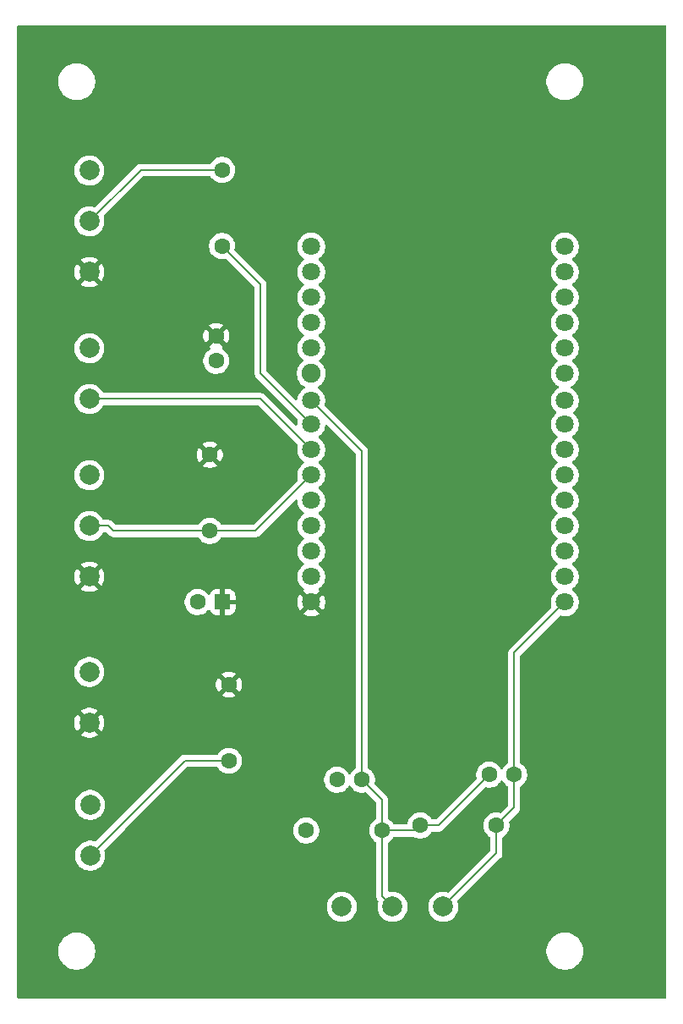
<source format=gbr>
%TF.GenerationSoftware,KiCad,Pcbnew,9.0.2*%
%TF.CreationDate,2025-07-10T18:36:16+01:00*%
%TF.ProjectId,Temperature-Controller,54656d70-6572-4617-9475-72652d436f6e,rev?*%
%TF.SameCoordinates,Original*%
%TF.FileFunction,Copper,L1,Top*%
%TF.FilePolarity,Positive*%
%FSLAX46Y46*%
G04 Gerber Fmt 4.6, Leading zero omitted, Abs format (unit mm)*
G04 Created by KiCad (PCBNEW 9.0.2) date 2025-07-10 18:36:16*
%MOMM*%
%LPD*%
G01*
G04 APERTURE LIST*
G04 Aperture macros list*
%AMRoundRect*
0 Rectangle with rounded corners*
0 $1 Rounding radius*
0 $2 $3 $4 $5 $6 $7 $8 $9 X,Y pos of 4 corners*
0 Add a 4 corners polygon primitive as box body*
4,1,4,$2,$3,$4,$5,$6,$7,$8,$9,$2,$3,0*
0 Add four circle primitives for the rounded corners*
1,1,$1+$1,$2,$3*
1,1,$1+$1,$4,$5*
1,1,$1+$1,$6,$7*
1,1,$1+$1,$8,$9*
0 Add four rect primitives between the rounded corners*
20,1,$1+$1,$2,$3,$4,$5,0*
20,1,$1+$1,$4,$5,$6,$7,0*
20,1,$1+$1,$6,$7,$8,$9,0*
20,1,$1+$1,$8,$9,$2,$3,0*%
G04 Aperture macros list end*
%TA.AperFunction,ComponentPad*%
%ADD10C,2.000000*%
%TD*%
%TA.AperFunction,ComponentPad*%
%ADD11C,1.600000*%
%TD*%
%TA.AperFunction,ComponentPad*%
%ADD12RoundRect,0.250000X0.550000X0.550000X-0.550000X0.550000X-0.550000X-0.550000X0.550000X-0.550000X0*%
%TD*%
%TA.AperFunction,ComponentPad*%
%ADD13C,1.800000*%
%TD*%
%TA.AperFunction,ComponentPad*%
%ADD14C,1.900000*%
%TD*%
%TA.AperFunction,Conductor*%
%ADD15C,0.200000*%
%TD*%
G04 APERTURE END LIST*
D10*
%TO.P,J2,1,Pin_1*%
%TO.N,GND*%
X168275000Y-81280000D03*
%TO.P,J2,2,Pin_2*%
%TO.N,/GPIO26*%
X168275000Y-86360000D03*
%TO.P,J2,3,Pin_3*%
%TO.N,+5V*%
X168275000Y-91440000D03*
%TD*%
D11*
%TO.P,C3,1*%
%TO.N,GND*%
X193080000Y-111760000D03*
%TO.P,C3,2*%
%TO.N,/GPIO33*%
X195580000Y-111760000D03*
%TD*%
D12*
%TO.P,C1,1*%
%TO.N,+5V*%
X181610000Y-93980000D03*
D11*
%TO.P,C1,2*%
%TO.N,GND*%
X179110000Y-93980000D03*
%TD*%
D13*
%TO.P,U1,1,EN*%
%TO.N,unconnected-(U1-EN-Pad1)*%
X190500000Y-58420000D03*
%TO.P,U1,2,Up*%
%TO.N,unconnected-(U1-Up-Pad2)*%
X190500000Y-60960000D03*
%TO.P,U1,3,UN*%
%TO.N,unconnected-(U1-UN-Pad3)*%
X190500000Y-63500000D03*
%TO.P,U1,4,GPIO34*%
%TO.N,unconnected-(U1-GPIO34-Pad4)*%
X190500000Y-66040000D03*
%TO.P,U1,5,GPIO35*%
%TO.N,unconnected-(U1-GPIO35-Pad5)*%
X190500000Y-68580000D03*
D14*
%TO.P,U1,6,GPIO32*%
%TO.N,unconnected-(U1-GPIO32-Pad6)*%
X190500000Y-71120000D03*
D13*
%TO.P,U1,7,GPIO33*%
%TO.N,/GPIO33*%
X190500000Y-73820000D03*
%TO.P,U1,8,GPIO25*%
%TO.N,/GPIO25*%
X190500000Y-76200000D03*
%TO.P,U1,9,GPIO26*%
%TO.N,/GPIO26*%
X190500000Y-81280000D03*
%TO.P,U1,10,GPIO27*%
%TO.N,/GPIO27*%
X190500000Y-78740000D03*
%TO.P,U1,11,GPIO14*%
%TO.N,unconnected-(U1-GPIO14-Pad11)*%
X190500000Y-83820000D03*
%TO.P,U1,12,GPIO12*%
%TO.N,unconnected-(U1-GPIO12-Pad12)*%
X190500000Y-86360000D03*
%TO.P,U1,13,GPIO13*%
%TO.N,unconnected-(U1-GPIO13-Pad13)*%
X190500000Y-88900000D03*
%TO.P,U1,14,GND1*%
%TO.N,GND*%
X190500000Y-91440000D03*
%TO.P,U1,15,VIN*%
%TO.N,+5V*%
X190500000Y-93980000D03*
%TO.P,U1,16,GPIO23*%
%TO.N,unconnected-(U1-GPIO23-Pad16)*%
X215900000Y-58420000D03*
%TO.P,U1,17,GPIO22*%
%TO.N,unconnected-(U1-GPIO22-Pad17)*%
X215900000Y-60960000D03*
%TO.P,U1,18,TX0*%
%TO.N,unconnected-(U1-TX0-Pad18)*%
X215900000Y-63500000D03*
%TO.P,U1,19,RX0*%
%TO.N,unconnected-(U1-RX0-Pad19)*%
X215900000Y-66040000D03*
%TO.P,U1,20,GPIO21*%
%TO.N,unconnected-(U1-GPIO21-Pad20)*%
X215900000Y-68580000D03*
%TO.P,U1,21,GPIO19*%
%TO.N,unconnected-(U1-GPIO19-Pad21)*%
X215900000Y-71120000D03*
%TO.P,U1,22,GPIO18*%
%TO.N,unconnected-(U1-GPIO18-Pad22)*%
X215900000Y-73820000D03*
%TO.P,U1,23,GPIO05*%
%TO.N,unconnected-(U1-GPIO05-Pad23)*%
X215900000Y-76200000D03*
%TO.P,U1,24,TX2*%
%TO.N,unconnected-(U1-TX2-Pad24)*%
X215900000Y-78740000D03*
%TO.P,U1,25,RX2*%
%TO.N,unconnected-(U1-RX2-Pad25)*%
X215900000Y-81280000D03*
%TO.P,U1,26,GPIO04*%
%TO.N,unconnected-(U1-GPIO04-Pad26)*%
X215900000Y-83820000D03*
%TO.P,U1,27,GPIO02*%
%TO.N,unconnected-(U1-GPIO02-Pad27)*%
X215900000Y-86360000D03*
%TO.P,U1,28,GPIO15*%
%TO.N,unconnected-(U1-GPIO15-Pad28)*%
X215900000Y-88900000D03*
%TO.P,U1,29,GND*%
%TO.N,GND*%
X215900000Y-91440000D03*
%TO.P,U1,30,+3V3*%
%TO.N,+3.3V*%
X215900000Y-93980000D03*
%TD*%
D11*
%TO.P,R2,1*%
%TO.N,Net-(J6-Pin_2)*%
X182245000Y-109855000D03*
%TO.P,R2,2*%
%TO.N,+5V*%
X182245000Y-102235000D03*
%TD*%
%TO.P,R1,1*%
%TO.N,Net-(J1-Pin_2)*%
X181550000Y-50730000D03*
%TO.P,R1,2*%
%TO.N,/GPIO25*%
X181550000Y-58350000D03*
%TD*%
%TO.P,C2,1*%
%TO.N,GND*%
X180975000Y-69850000D03*
%TO.P,C2,2*%
%TO.N,+5V*%
X180975000Y-67350000D03*
%TD*%
D10*
%TO.P,J3,1,Pin_1*%
%TO.N,GND*%
X168275000Y-68580000D03*
%TO.P,J3,2,Pin_2*%
%TO.N,/GPIO27*%
X168275000Y-73660000D03*
%TD*%
D11*
%TO.P,C5,1*%
%TO.N,/GPIO33*%
X208320000Y-111252000D03*
%TO.P,C5,2*%
%TO.N,+3.3V*%
X210820000Y-111252000D03*
%TD*%
%TO.P,R3,1*%
%TO.N,+5V*%
X180340000Y-79248000D03*
%TO.P,R3,2*%
%TO.N,/GPIO26*%
X180340000Y-86868000D03*
%TD*%
%TO.P,R4,1*%
%TO.N,/GPIO33*%
X197612000Y-116840000D03*
%TO.P,R4,2*%
%TO.N,GND*%
X189992000Y-116840000D03*
%TD*%
%TO.P,R5,1*%
%TO.N,+3.3V*%
X209042000Y-116332000D03*
%TO.P,R5,2*%
%TO.N,/GPIO33*%
X201422000Y-116332000D03*
%TD*%
D10*
%TO.P,J1,1,Pin_1*%
%TO.N,GND*%
X168275000Y-50800000D03*
%TO.P,J1,2,Pin_2*%
%TO.N,Net-(J1-Pin_2)*%
X168275000Y-55880000D03*
%TO.P,J1,3,Pin_3*%
%TO.N,+5V*%
X168275000Y-60960000D03*
%TD*%
%TO.P,J5,1,Pin_1*%
%TO.N,GND*%
X193548000Y-124460000D03*
%TO.P,J5,2,Pin_2*%
%TO.N,/GPIO33*%
X198628000Y-124460000D03*
%TO.P,J5,3,Pin_3*%
%TO.N,+3.3V*%
X203708000Y-124460000D03*
%TD*%
%TO.P,J4,1,Pin_1*%
%TO.N,GND*%
X168275000Y-100965000D03*
%TO.P,J4,2,Pin_2*%
%TO.N,+5V*%
X168275000Y-106045000D03*
%TD*%
%TO.P,J6,1,Pin_1*%
%TO.N,GND*%
X168350000Y-114270000D03*
%TO.P,J6,2,Pin_2*%
%TO.N,Net-(J6-Pin_2)*%
X168350000Y-119350000D03*
%TD*%
D15*
%TO.N,/GPIO27*%
X168275000Y-73660000D02*
X185420000Y-73660000D01*
%TO.N,/GPIO26*%
X180340000Y-86868000D02*
X184912000Y-86868000D01*
X184912000Y-86868000D02*
X190500000Y-81280000D01*
X168275000Y-86360000D02*
X170180000Y-86360000D01*
X170688000Y-86868000D02*
X180340000Y-86868000D01*
X170180000Y-86360000D02*
X170688000Y-86868000D01*
%TO.N,Net-(J1-Pin_2)*%
X168275000Y-55880000D02*
X173425000Y-50730000D01*
X173425000Y-50730000D02*
X181550000Y-50730000D01*
%TO.N,/GPIO27*%
X185420000Y-73660000D02*
X190500000Y-78740000D01*
%TO.N,/GPIO33*%
X197612000Y-113792000D02*
X195580000Y-111760000D01*
X195580000Y-78900000D02*
X190500000Y-73820000D01*
X200914000Y-116840000D02*
X201422000Y-116332000D01*
X197612000Y-123444000D02*
X197612000Y-116840000D01*
X195580000Y-111760000D02*
X195580000Y-78900000D01*
X198628000Y-124460000D02*
X197612000Y-123444000D01*
X197612000Y-116840000D02*
X197612000Y-113792000D01*
X208320000Y-111252000D02*
X208788000Y-111252000D01*
X203240000Y-116332000D02*
X208320000Y-111252000D01*
X201422000Y-116332000D02*
X203240000Y-116332000D01*
X197612000Y-116840000D02*
X200914000Y-116840000D01*
%TO.N,Net-(J6-Pin_2)*%
X177845000Y-109855000D02*
X182245000Y-109855000D01*
X168350000Y-119350000D02*
X177845000Y-109855000D01*
%TO.N,/GPIO25*%
X185420000Y-71120000D02*
X190500000Y-76200000D01*
X185420000Y-62220000D02*
X185420000Y-71120000D01*
X181550000Y-58350000D02*
X185420000Y-62220000D01*
%TO.N,+3.3V*%
X209042000Y-116332000D02*
X210820000Y-114554000D01*
X210820000Y-111252000D02*
X210820000Y-99060000D01*
X210820000Y-114554000D02*
X210820000Y-111252000D01*
X203708000Y-124460000D02*
X209042000Y-119126000D01*
X210820000Y-99060000D02*
X215900000Y-93980000D01*
X209042000Y-119126000D02*
X209042000Y-116332000D01*
%TD*%
%TA.AperFunction,Conductor*%
%TO.N,+5V*%
G36*
X225992539Y-36270185D02*
G01*
X226038294Y-36322989D01*
X226049500Y-36374500D01*
X226049500Y-133525500D01*
X226029815Y-133592539D01*
X225977011Y-133638294D01*
X225925500Y-133649500D01*
X161174500Y-133649500D01*
X161107461Y-133629815D01*
X161061706Y-133577011D01*
X161050500Y-133525500D01*
X161050500Y-128783711D01*
X165154500Y-128783711D01*
X165154500Y-129026288D01*
X165186161Y-129266785D01*
X165248947Y-129501104D01*
X165341773Y-129725205D01*
X165341776Y-129725212D01*
X165463064Y-129935289D01*
X165463066Y-129935292D01*
X165463067Y-129935293D01*
X165610733Y-130127736D01*
X165610739Y-130127743D01*
X165782256Y-130299260D01*
X165782262Y-130299265D01*
X165974711Y-130446936D01*
X166184788Y-130568224D01*
X166408900Y-130661054D01*
X166643211Y-130723838D01*
X166823586Y-130747584D01*
X166883711Y-130755500D01*
X166883712Y-130755500D01*
X167126289Y-130755500D01*
X167174388Y-130749167D01*
X167366789Y-130723838D01*
X167601100Y-130661054D01*
X167825212Y-130568224D01*
X168035289Y-130446936D01*
X168227738Y-130299265D01*
X168399265Y-130127738D01*
X168546936Y-129935289D01*
X168668224Y-129725212D01*
X168761054Y-129501100D01*
X168823838Y-129266789D01*
X168855500Y-129026288D01*
X168855500Y-128783712D01*
X168855500Y-128783711D01*
X214049500Y-128783711D01*
X214049500Y-129026288D01*
X214081161Y-129266785D01*
X214143947Y-129501104D01*
X214236773Y-129725205D01*
X214236776Y-129725212D01*
X214358064Y-129935289D01*
X214358066Y-129935292D01*
X214358067Y-129935293D01*
X214505733Y-130127736D01*
X214505739Y-130127743D01*
X214677256Y-130299260D01*
X214677262Y-130299265D01*
X214869711Y-130446936D01*
X215079788Y-130568224D01*
X215303900Y-130661054D01*
X215538211Y-130723838D01*
X215718586Y-130747584D01*
X215778711Y-130755500D01*
X215778712Y-130755500D01*
X216021289Y-130755500D01*
X216069388Y-130749167D01*
X216261789Y-130723838D01*
X216496100Y-130661054D01*
X216720212Y-130568224D01*
X216930289Y-130446936D01*
X217122738Y-130299265D01*
X217294265Y-130127738D01*
X217441936Y-129935289D01*
X217563224Y-129725212D01*
X217656054Y-129501100D01*
X217718838Y-129266789D01*
X217750500Y-129026288D01*
X217750500Y-128783712D01*
X217718838Y-128543211D01*
X217656054Y-128308900D01*
X217563224Y-128084788D01*
X217441936Y-127874711D01*
X217294265Y-127682262D01*
X217294260Y-127682256D01*
X217122743Y-127510739D01*
X217122736Y-127510733D01*
X216930293Y-127363067D01*
X216930292Y-127363066D01*
X216930289Y-127363064D01*
X216720212Y-127241776D01*
X216720205Y-127241773D01*
X216496104Y-127148947D01*
X216261785Y-127086161D01*
X216021289Y-127054500D01*
X216021288Y-127054500D01*
X215778712Y-127054500D01*
X215778711Y-127054500D01*
X215538214Y-127086161D01*
X215303895Y-127148947D01*
X215079794Y-127241773D01*
X215079785Y-127241777D01*
X214869706Y-127363067D01*
X214677263Y-127510733D01*
X214677256Y-127510739D01*
X214505739Y-127682256D01*
X214505733Y-127682263D01*
X214358067Y-127874706D01*
X214236777Y-128084785D01*
X214236773Y-128084794D01*
X214143947Y-128308895D01*
X214081161Y-128543214D01*
X214049500Y-128783711D01*
X168855500Y-128783711D01*
X168823838Y-128543211D01*
X168761054Y-128308900D01*
X168668224Y-128084788D01*
X168546936Y-127874711D01*
X168399265Y-127682262D01*
X168399260Y-127682256D01*
X168227743Y-127510739D01*
X168227736Y-127510733D01*
X168035293Y-127363067D01*
X168035292Y-127363066D01*
X168035289Y-127363064D01*
X167825212Y-127241776D01*
X167825205Y-127241773D01*
X167601104Y-127148947D01*
X167366785Y-127086161D01*
X167126289Y-127054500D01*
X167126288Y-127054500D01*
X166883712Y-127054500D01*
X166883711Y-127054500D01*
X166643214Y-127086161D01*
X166408895Y-127148947D01*
X166184794Y-127241773D01*
X166184785Y-127241777D01*
X165974706Y-127363067D01*
X165782263Y-127510733D01*
X165782256Y-127510739D01*
X165610739Y-127682256D01*
X165610733Y-127682263D01*
X165463067Y-127874706D01*
X165341777Y-128084785D01*
X165341773Y-128084794D01*
X165248947Y-128308895D01*
X165186161Y-128543214D01*
X165154500Y-128783711D01*
X161050500Y-128783711D01*
X161050500Y-124341902D01*
X192047500Y-124341902D01*
X192047500Y-124578097D01*
X192084446Y-124811368D01*
X192157433Y-125035996D01*
X192264657Y-125246433D01*
X192403483Y-125437510D01*
X192570490Y-125604517D01*
X192761567Y-125743343D01*
X192860991Y-125794002D01*
X192972003Y-125850566D01*
X192972005Y-125850566D01*
X192972008Y-125850568D01*
X193092412Y-125889689D01*
X193196631Y-125923553D01*
X193429903Y-125960500D01*
X193429908Y-125960500D01*
X193666097Y-125960500D01*
X193899368Y-125923553D01*
X194123992Y-125850568D01*
X194334433Y-125743343D01*
X194525510Y-125604517D01*
X194692517Y-125437510D01*
X194831343Y-125246433D01*
X194938568Y-125035992D01*
X195011553Y-124811368D01*
X195048500Y-124578097D01*
X195048500Y-124341902D01*
X195011553Y-124108631D01*
X194947068Y-123910168D01*
X194938568Y-123884008D01*
X194938566Y-123884005D01*
X194938566Y-123884003D01*
X194831342Y-123673566D01*
X194692517Y-123482490D01*
X194525510Y-123315483D01*
X194334433Y-123176657D01*
X194123996Y-123069433D01*
X193899368Y-122996446D01*
X193666097Y-122959500D01*
X193666092Y-122959500D01*
X193429908Y-122959500D01*
X193429903Y-122959500D01*
X193196631Y-122996446D01*
X192972003Y-123069433D01*
X192761566Y-123176657D01*
X192652550Y-123255862D01*
X192570490Y-123315483D01*
X192570488Y-123315485D01*
X192570487Y-123315485D01*
X192403485Y-123482487D01*
X192403485Y-123482488D01*
X192403483Y-123482490D01*
X192343862Y-123564550D01*
X192264657Y-123673566D01*
X192157433Y-123884003D01*
X192084446Y-124108631D01*
X192047500Y-124341902D01*
X161050500Y-124341902D01*
X161050500Y-119231902D01*
X166849500Y-119231902D01*
X166849500Y-119468097D01*
X166886446Y-119701368D01*
X166959433Y-119925996D01*
X167066657Y-120136433D01*
X167205483Y-120327510D01*
X167372490Y-120494517D01*
X167563567Y-120633343D01*
X167662991Y-120684002D01*
X167774003Y-120740566D01*
X167774005Y-120740566D01*
X167774008Y-120740568D01*
X167894412Y-120779689D01*
X167998631Y-120813553D01*
X168231903Y-120850500D01*
X168231908Y-120850500D01*
X168468097Y-120850500D01*
X168701368Y-120813553D01*
X168925992Y-120740568D01*
X169136433Y-120633343D01*
X169327510Y-120494517D01*
X169494517Y-120327510D01*
X169633343Y-120136433D01*
X169740568Y-119925992D01*
X169813553Y-119701368D01*
X169828575Y-119606521D01*
X169850500Y-119468097D01*
X169850500Y-119231902D01*
X169825868Y-119076390D01*
X169813553Y-118998632D01*
X169772547Y-118872433D01*
X169770553Y-118802593D01*
X169802796Y-118746437D01*
X171811586Y-116737648D01*
X188691500Y-116737648D01*
X188691500Y-116942351D01*
X188723522Y-117144534D01*
X188786781Y-117339223D01*
X188847001Y-117457409D01*
X188868237Y-117499088D01*
X188879715Y-117521613D01*
X189000028Y-117687213D01*
X189144786Y-117831971D01*
X189280657Y-117930685D01*
X189310390Y-117952287D01*
X189391499Y-117993614D01*
X189492776Y-118045218D01*
X189492778Y-118045218D01*
X189492781Y-118045220D01*
X189567818Y-118069601D01*
X189687465Y-118108477D01*
X189788557Y-118124488D01*
X189889648Y-118140500D01*
X189889649Y-118140500D01*
X190094351Y-118140500D01*
X190094352Y-118140500D01*
X190296534Y-118108477D01*
X190491219Y-118045220D01*
X190673610Y-117952287D01*
X190766590Y-117884732D01*
X190839213Y-117831971D01*
X190839215Y-117831968D01*
X190839219Y-117831966D01*
X190983966Y-117687219D01*
X190983968Y-117687215D01*
X190983971Y-117687213D01*
X191075232Y-117561601D01*
X191104287Y-117521610D01*
X191197220Y-117339219D01*
X191260477Y-117144534D01*
X191292500Y-116942352D01*
X191292500Y-116737648D01*
X191286650Y-116700713D01*
X191260477Y-116535465D01*
X191197218Y-116340776D01*
X191163503Y-116274607D01*
X191104287Y-116158390D01*
X191087219Y-116134898D01*
X190983971Y-115992786D01*
X190839213Y-115848028D01*
X190673613Y-115727715D01*
X190673612Y-115727714D01*
X190673610Y-115727713D01*
X190616653Y-115698691D01*
X190491223Y-115634781D01*
X190296534Y-115571522D01*
X190121995Y-115543878D01*
X190094352Y-115539500D01*
X189889648Y-115539500D01*
X189865329Y-115543351D01*
X189687465Y-115571522D01*
X189492776Y-115634781D01*
X189310386Y-115727715D01*
X189144786Y-115848028D01*
X189000028Y-115992786D01*
X188879715Y-116158386D01*
X188786781Y-116340776D01*
X188723522Y-116535465D01*
X188691500Y-116737648D01*
X171811586Y-116737648D01*
X178057417Y-110491819D01*
X178118740Y-110458334D01*
X178145098Y-110455500D01*
X181015398Y-110455500D01*
X181082437Y-110475185D01*
X181125883Y-110523205D01*
X181132715Y-110536614D01*
X181253028Y-110702213D01*
X181397786Y-110846971D01*
X181552749Y-110959556D01*
X181563390Y-110967287D01*
X181679607Y-111026503D01*
X181745776Y-111060218D01*
X181745778Y-111060218D01*
X181745781Y-111060220D01*
X181801703Y-111078390D01*
X181940465Y-111123477D01*
X181993191Y-111131828D01*
X182142648Y-111155500D01*
X182142649Y-111155500D01*
X182347351Y-111155500D01*
X182347352Y-111155500D01*
X182549534Y-111123477D01*
X182744219Y-111060220D01*
X182926610Y-110967287D01*
X183032163Y-110890599D01*
X183092213Y-110846971D01*
X183092215Y-110846968D01*
X183092219Y-110846966D01*
X183236966Y-110702219D01*
X183236968Y-110702215D01*
X183236971Y-110702213D01*
X183306593Y-110606385D01*
X183357287Y-110536610D01*
X183450220Y-110354219D01*
X183513477Y-110159534D01*
X183545500Y-109957352D01*
X183545500Y-109752648D01*
X183513477Y-109550466D01*
X183450220Y-109355781D01*
X183450218Y-109355778D01*
X183450218Y-109355776D01*
X183416503Y-109289607D01*
X183357287Y-109173390D01*
X183349556Y-109162749D01*
X183236971Y-109007786D01*
X183092213Y-108863028D01*
X182926613Y-108742715D01*
X182926612Y-108742714D01*
X182926610Y-108742713D01*
X182869653Y-108713691D01*
X182744223Y-108649781D01*
X182549534Y-108586522D01*
X182374995Y-108558878D01*
X182347352Y-108554500D01*
X182142648Y-108554500D01*
X182118329Y-108558351D01*
X181940465Y-108586522D01*
X181745776Y-108649781D01*
X181563386Y-108742715D01*
X181397786Y-108863028D01*
X181253028Y-109007786D01*
X181132715Y-109173385D01*
X181125883Y-109186795D01*
X181077909Y-109237591D01*
X181015398Y-109254500D01*
X177931670Y-109254500D01*
X177931654Y-109254499D01*
X177924058Y-109254499D01*
X177765943Y-109254499D01*
X177689579Y-109274961D01*
X177613214Y-109295423D01*
X177613209Y-109295426D01*
X177476290Y-109374475D01*
X177476282Y-109374481D01*
X168953563Y-117897200D01*
X168892240Y-117930685D01*
X168827564Y-117927450D01*
X168701370Y-117886447D01*
X168468097Y-117849500D01*
X168468092Y-117849500D01*
X168231908Y-117849500D01*
X168231903Y-117849500D01*
X167998631Y-117886446D01*
X167774003Y-117959433D01*
X167563566Y-118066657D01*
X167461931Y-118140500D01*
X167372490Y-118205483D01*
X167372488Y-118205485D01*
X167372487Y-118205485D01*
X167205485Y-118372487D01*
X167205485Y-118372488D01*
X167205483Y-118372490D01*
X167145862Y-118454550D01*
X167066657Y-118563566D01*
X166959433Y-118774003D01*
X166886446Y-118998631D01*
X166849500Y-119231902D01*
X161050500Y-119231902D01*
X161050500Y-114151902D01*
X166849500Y-114151902D01*
X166849500Y-114388097D01*
X166886446Y-114621368D01*
X166959433Y-114845996D01*
X166998525Y-114922717D01*
X167066657Y-115056433D01*
X167205483Y-115247510D01*
X167372490Y-115414517D01*
X167563567Y-115553343D01*
X167662991Y-115604002D01*
X167774003Y-115660566D01*
X167774005Y-115660566D01*
X167774008Y-115660568D01*
X167880536Y-115695181D01*
X167998631Y-115733553D01*
X168231903Y-115770500D01*
X168231908Y-115770500D01*
X168468097Y-115770500D01*
X168701368Y-115733553D01*
X168707686Y-115731500D01*
X168925992Y-115660568D01*
X169136433Y-115553343D01*
X169327510Y-115414517D01*
X169494517Y-115247510D01*
X169633343Y-115056433D01*
X169740568Y-114845992D01*
X169813553Y-114621368D01*
X169850500Y-114388097D01*
X169850500Y-114151902D01*
X169813553Y-113918631D01*
X169740566Y-113694003D01*
X169672396Y-113560213D01*
X169633343Y-113483567D01*
X169494517Y-113292490D01*
X169327510Y-113125483D01*
X169136433Y-112986657D01*
X169094357Y-112965218D01*
X168925996Y-112879433D01*
X168701368Y-112806446D01*
X168468097Y-112769500D01*
X168468092Y-112769500D01*
X168231908Y-112769500D01*
X168231903Y-112769500D01*
X167998631Y-112806446D01*
X167774003Y-112879433D01*
X167563566Y-112986657D01*
X167461931Y-113060500D01*
X167372490Y-113125483D01*
X167372488Y-113125485D01*
X167372487Y-113125485D01*
X167205485Y-113292487D01*
X167205485Y-113292488D01*
X167205483Y-113292490D01*
X167191686Y-113311480D01*
X167066657Y-113483566D01*
X166959433Y-113694003D01*
X166886446Y-113918631D01*
X166849500Y-114151902D01*
X161050500Y-114151902D01*
X161050500Y-105926947D01*
X166775000Y-105926947D01*
X166775000Y-106163052D01*
X166811934Y-106396247D01*
X166884897Y-106620802D01*
X166992087Y-106831174D01*
X167052338Y-106914104D01*
X167052340Y-106914105D01*
X167792037Y-106174408D01*
X167809075Y-106237993D01*
X167874901Y-106352007D01*
X167967993Y-106445099D01*
X168082007Y-106510925D01*
X168145590Y-106527962D01*
X167405893Y-107267658D01*
X167488828Y-107327914D01*
X167699197Y-107435102D01*
X167923752Y-107508065D01*
X167923751Y-107508065D01*
X168156948Y-107545000D01*
X168393052Y-107545000D01*
X168626247Y-107508065D01*
X168850802Y-107435102D01*
X169061163Y-107327918D01*
X169061169Y-107327914D01*
X169144104Y-107267658D01*
X169144105Y-107267658D01*
X168404408Y-106527962D01*
X168467993Y-106510925D01*
X168582007Y-106445099D01*
X168675099Y-106352007D01*
X168740925Y-106237993D01*
X168757962Y-106174408D01*
X169497658Y-106914105D01*
X169497658Y-106914104D01*
X169557914Y-106831169D01*
X169557918Y-106831163D01*
X169665102Y-106620802D01*
X169738065Y-106396247D01*
X169775000Y-106163052D01*
X169775000Y-105926947D01*
X169738065Y-105693752D01*
X169665102Y-105469197D01*
X169557914Y-105258828D01*
X169497658Y-105175894D01*
X169497658Y-105175893D01*
X168757962Y-105915590D01*
X168740925Y-105852007D01*
X168675099Y-105737993D01*
X168582007Y-105644901D01*
X168467993Y-105579075D01*
X168404409Y-105562037D01*
X169144105Y-104822340D01*
X169144104Y-104822338D01*
X169061174Y-104762087D01*
X168850802Y-104654897D01*
X168626247Y-104581934D01*
X168626248Y-104581934D01*
X168393052Y-104545000D01*
X168156948Y-104545000D01*
X167923752Y-104581934D01*
X167699197Y-104654897D01*
X167488830Y-104762084D01*
X167405894Y-104822340D01*
X168145591Y-105562037D01*
X168082007Y-105579075D01*
X167967993Y-105644901D01*
X167874901Y-105737993D01*
X167809075Y-105852007D01*
X167792037Y-105915591D01*
X167052340Y-105175894D01*
X166992084Y-105258830D01*
X166884897Y-105469197D01*
X166811934Y-105693752D01*
X166775000Y-105926947D01*
X161050500Y-105926947D01*
X161050500Y-100846902D01*
X166774500Y-100846902D01*
X166774500Y-101083097D01*
X166811446Y-101316368D01*
X166884433Y-101540996D01*
X166983777Y-101735968D01*
X166991657Y-101751433D01*
X167130483Y-101942510D01*
X167297490Y-102109517D01*
X167488567Y-102248343D01*
X167565733Y-102287661D01*
X167699003Y-102355566D01*
X167699005Y-102355566D01*
X167699008Y-102355568D01*
X167819412Y-102394689D01*
X167923631Y-102428553D01*
X168156903Y-102465500D01*
X168156908Y-102465500D01*
X168393097Y-102465500D01*
X168626368Y-102428553D01*
X168850992Y-102355568D01*
X169061433Y-102248343D01*
X169220626Y-102132682D01*
X180945000Y-102132682D01*
X180945000Y-102337317D01*
X180977009Y-102539417D01*
X181040244Y-102734031D01*
X181133141Y-102916350D01*
X181133147Y-102916359D01*
X181165523Y-102960921D01*
X181165524Y-102960922D01*
X181845000Y-102281446D01*
X181845000Y-102287661D01*
X181872259Y-102389394D01*
X181924920Y-102480606D01*
X181999394Y-102555080D01*
X182090606Y-102607741D01*
X182192339Y-102635000D01*
X182198553Y-102635000D01*
X181519076Y-103314474D01*
X181563650Y-103346859D01*
X181745968Y-103439755D01*
X181940582Y-103502990D01*
X182142683Y-103535000D01*
X182347317Y-103535000D01*
X182549417Y-103502990D01*
X182744031Y-103439755D01*
X182926349Y-103346859D01*
X182970921Y-103314474D01*
X182291447Y-102635000D01*
X182297661Y-102635000D01*
X182399394Y-102607741D01*
X182490606Y-102555080D01*
X182565080Y-102480606D01*
X182617741Y-102389394D01*
X182645000Y-102287661D01*
X182645000Y-102281448D01*
X183324474Y-102960922D01*
X183324474Y-102960921D01*
X183356859Y-102916349D01*
X183449755Y-102734031D01*
X183512990Y-102539417D01*
X183545000Y-102337317D01*
X183545000Y-102132682D01*
X183512990Y-101930582D01*
X183449755Y-101735968D01*
X183356859Y-101553650D01*
X183324474Y-101509077D01*
X183324474Y-101509076D01*
X182645000Y-102188551D01*
X182645000Y-102182339D01*
X182617741Y-102080606D01*
X182565080Y-101989394D01*
X182490606Y-101914920D01*
X182399394Y-101862259D01*
X182297661Y-101835000D01*
X182291446Y-101835000D01*
X182970922Y-101155524D01*
X182970921Y-101155523D01*
X182926359Y-101123147D01*
X182926350Y-101123141D01*
X182744031Y-101030244D01*
X182549417Y-100967009D01*
X182347317Y-100935000D01*
X182142683Y-100935000D01*
X181940582Y-100967009D01*
X181745968Y-101030244D01*
X181563644Y-101123143D01*
X181519077Y-101155523D01*
X181519077Y-101155524D01*
X182198554Y-101835000D01*
X182192339Y-101835000D01*
X182090606Y-101862259D01*
X181999394Y-101914920D01*
X181924920Y-101989394D01*
X181872259Y-102080606D01*
X181845000Y-102182339D01*
X181845000Y-102188553D01*
X181165524Y-101509077D01*
X181165523Y-101509077D01*
X181133143Y-101553644D01*
X181040244Y-101735968D01*
X180977009Y-101930582D01*
X180945000Y-102132682D01*
X169220626Y-102132682D01*
X169252510Y-102109517D01*
X169419517Y-101942510D01*
X169558343Y-101751433D01*
X169665568Y-101540992D01*
X169738553Y-101316368D01*
X169759616Y-101183385D01*
X169775500Y-101083097D01*
X169775500Y-100846902D01*
X169738553Y-100613631D01*
X169665566Y-100389003D01*
X169558342Y-100178566D01*
X169419517Y-99987490D01*
X169252510Y-99820483D01*
X169061433Y-99681657D01*
X168850996Y-99574433D01*
X168626368Y-99501446D01*
X168393097Y-99464500D01*
X168393092Y-99464500D01*
X168156908Y-99464500D01*
X168156903Y-99464500D01*
X167923631Y-99501446D01*
X167699003Y-99574433D01*
X167488566Y-99681657D01*
X167379550Y-99760862D01*
X167297490Y-99820483D01*
X167297488Y-99820485D01*
X167297487Y-99820485D01*
X167130485Y-99987487D01*
X167130485Y-99987488D01*
X167130483Y-99987490D01*
X167070862Y-100069550D01*
X166991657Y-100178566D01*
X166884433Y-100389003D01*
X166811446Y-100613631D01*
X166774500Y-100846902D01*
X161050500Y-100846902D01*
X161050500Y-93877648D01*
X177809500Y-93877648D01*
X177809500Y-94082351D01*
X177841522Y-94284534D01*
X177904781Y-94479223D01*
X177997715Y-94661613D01*
X178118028Y-94827213D01*
X178262786Y-94971971D01*
X178417749Y-95084556D01*
X178428390Y-95092287D01*
X178544607Y-95151503D01*
X178610776Y-95185218D01*
X178610778Y-95185218D01*
X178610781Y-95185220D01*
X178700459Y-95214358D01*
X178805465Y-95248477D01*
X178906557Y-95264488D01*
X179007648Y-95280500D01*
X179007649Y-95280500D01*
X179212351Y-95280500D01*
X179212352Y-95280500D01*
X179414534Y-95248477D01*
X179609219Y-95185220D01*
X179791610Y-95092287D01*
X179884590Y-95024732D01*
X179957213Y-94971971D01*
X179957215Y-94971968D01*
X179957219Y-94971966D01*
X180101966Y-94827219D01*
X180142911Y-94770861D01*
X180198240Y-94728196D01*
X180267853Y-94722215D01*
X180329649Y-94754820D01*
X180360936Y-94804741D01*
X180375642Y-94849121D01*
X180375643Y-94849124D01*
X180467684Y-94998345D01*
X180591654Y-95122315D01*
X180740875Y-95214356D01*
X180740880Y-95214358D01*
X180907302Y-95269505D01*
X180907309Y-95269506D01*
X181010019Y-95279999D01*
X181359999Y-95279999D01*
X181360000Y-95279998D01*
X181360000Y-94295686D01*
X181364394Y-94300080D01*
X181455606Y-94352741D01*
X181557339Y-94380000D01*
X181662661Y-94380000D01*
X181764394Y-94352741D01*
X181855606Y-94300080D01*
X181860000Y-94295686D01*
X181860000Y-95279999D01*
X182209972Y-95279999D01*
X182209986Y-95279998D01*
X182312697Y-95269505D01*
X182479119Y-95214358D01*
X182479124Y-95214356D01*
X182628345Y-95122315D01*
X182752315Y-94998345D01*
X182844356Y-94849124D01*
X182844358Y-94849119D01*
X182899505Y-94682697D01*
X182899506Y-94682690D01*
X182909999Y-94579986D01*
X182910000Y-94579973D01*
X182910000Y-94230000D01*
X181925686Y-94230000D01*
X181930080Y-94225606D01*
X181982741Y-94134394D01*
X182010000Y-94032661D01*
X182010000Y-93927339D01*
X181982741Y-93825606D01*
X181930080Y-93734394D01*
X181925686Y-93730000D01*
X182909999Y-93730000D01*
X182909999Y-93380028D01*
X182909998Y-93380013D01*
X182899505Y-93277302D01*
X182844358Y-93110880D01*
X182844356Y-93110875D01*
X182752315Y-92961654D01*
X182628345Y-92837684D01*
X182479124Y-92745643D01*
X182479119Y-92745641D01*
X182312697Y-92690494D01*
X182312690Y-92690493D01*
X182209986Y-92680000D01*
X181860000Y-92680000D01*
X181860000Y-93664314D01*
X181855606Y-93659920D01*
X181764394Y-93607259D01*
X181662661Y-93580000D01*
X181557339Y-93580000D01*
X181455606Y-93607259D01*
X181364394Y-93659920D01*
X181360000Y-93664314D01*
X181360000Y-92680000D01*
X181010028Y-92680000D01*
X181010012Y-92680001D01*
X180907302Y-92690494D01*
X180740880Y-92745641D01*
X180740875Y-92745643D01*
X180591654Y-92837684D01*
X180467684Y-92961654D01*
X180375643Y-93110875D01*
X180375638Y-93110886D01*
X180360935Y-93155258D01*
X180321162Y-93212703D01*
X180256646Y-93239525D01*
X180187870Y-93227209D01*
X180142911Y-93189138D01*
X180138077Y-93182485D01*
X180101966Y-93132781D01*
X179957219Y-92988034D01*
X179957213Y-92988028D01*
X179791613Y-92867715D01*
X179791612Y-92867714D01*
X179791610Y-92867713D01*
X179732675Y-92837684D01*
X179609223Y-92774781D01*
X179414534Y-92711522D01*
X179239995Y-92683878D01*
X179212352Y-92679500D01*
X179007648Y-92679500D01*
X178983329Y-92683351D01*
X178805465Y-92711522D01*
X178610776Y-92774781D01*
X178428386Y-92867715D01*
X178262786Y-92988028D01*
X178118028Y-93132786D01*
X177997715Y-93298386D01*
X177904781Y-93480776D01*
X177841522Y-93675465D01*
X177809500Y-93877648D01*
X161050500Y-93877648D01*
X161050500Y-91321947D01*
X166775000Y-91321947D01*
X166775000Y-91558052D01*
X166811934Y-91791247D01*
X166884897Y-92015802D01*
X166992087Y-92226174D01*
X167052338Y-92309104D01*
X167052340Y-92309105D01*
X167792037Y-91569408D01*
X167809075Y-91632993D01*
X167874901Y-91747007D01*
X167967993Y-91840099D01*
X168082007Y-91905925D01*
X168145590Y-91922962D01*
X167405893Y-92662658D01*
X167488828Y-92722914D01*
X167699197Y-92830102D01*
X167923752Y-92903065D01*
X167923751Y-92903065D01*
X168156948Y-92940000D01*
X168393052Y-92940000D01*
X168626247Y-92903065D01*
X168850802Y-92830102D01*
X169061163Y-92722918D01*
X169061169Y-92722914D01*
X169144104Y-92662658D01*
X169144105Y-92662658D01*
X168404408Y-91922962D01*
X168467993Y-91905925D01*
X168582007Y-91840099D01*
X168675099Y-91747007D01*
X168740925Y-91632993D01*
X168757962Y-91569408D01*
X169497658Y-92309105D01*
X169497658Y-92309104D01*
X169557914Y-92226169D01*
X169557918Y-92226163D01*
X169665102Y-92015802D01*
X169738065Y-91791247D01*
X169775000Y-91558052D01*
X169775000Y-91321947D01*
X169738065Y-91088752D01*
X169665102Y-90864197D01*
X169557914Y-90653828D01*
X169497658Y-90570894D01*
X169497658Y-90570893D01*
X168757962Y-91310590D01*
X168740925Y-91247007D01*
X168675099Y-91132993D01*
X168582007Y-91039901D01*
X168467993Y-90974075D01*
X168404409Y-90957037D01*
X169144105Y-90217340D01*
X169144104Y-90217338D01*
X169061174Y-90157087D01*
X168850802Y-90049897D01*
X168626247Y-89976934D01*
X168626248Y-89976934D01*
X168393052Y-89940000D01*
X168156948Y-89940000D01*
X167923752Y-89976934D01*
X167699197Y-90049897D01*
X167488830Y-90157084D01*
X167405894Y-90217340D01*
X168145591Y-90957037D01*
X168082007Y-90974075D01*
X167967993Y-91039901D01*
X167874901Y-91132993D01*
X167809075Y-91247007D01*
X167792037Y-91310591D01*
X167052340Y-90570894D01*
X166992084Y-90653830D01*
X166884897Y-90864197D01*
X166811934Y-91088752D01*
X166775000Y-91321947D01*
X161050500Y-91321947D01*
X161050500Y-81161902D01*
X166774500Y-81161902D01*
X166774500Y-81398097D01*
X166811446Y-81631368D01*
X166884433Y-81855996D01*
X166964952Y-82014022D01*
X166991657Y-82066433D01*
X167130483Y-82257510D01*
X167297490Y-82424517D01*
X167488567Y-82563343D01*
X167550676Y-82594989D01*
X167699003Y-82670566D01*
X167699005Y-82670566D01*
X167699008Y-82670568D01*
X167819412Y-82709689D01*
X167923631Y-82743553D01*
X168156903Y-82780500D01*
X168156908Y-82780500D01*
X168393097Y-82780500D01*
X168626368Y-82743553D01*
X168850992Y-82670568D01*
X169061433Y-82563343D01*
X169252510Y-82424517D01*
X169419517Y-82257510D01*
X169558343Y-82066433D01*
X169665568Y-81855992D01*
X169738553Y-81631368D01*
X169742262Y-81607951D01*
X169775500Y-81398097D01*
X169775500Y-81161902D01*
X169738553Y-80928631D01*
X169665566Y-80704003D01*
X169586078Y-80548000D01*
X169558343Y-80493567D01*
X169419517Y-80302490D01*
X169252510Y-80135483D01*
X169061433Y-79996657D01*
X169016813Y-79973922D01*
X168850996Y-79889433D01*
X168626368Y-79816446D01*
X168393097Y-79779500D01*
X168393092Y-79779500D01*
X168156908Y-79779500D01*
X168156903Y-79779500D01*
X167923631Y-79816446D01*
X167699003Y-79889433D01*
X167488566Y-79996657D01*
X167408280Y-80054989D01*
X167297490Y-80135483D01*
X167297488Y-80135485D01*
X167297487Y-80135485D01*
X167130485Y-80302487D01*
X167130485Y-80302488D01*
X167130483Y-80302490D01*
X167112331Y-80327474D01*
X166991657Y-80493566D01*
X166884433Y-80704003D01*
X166811446Y-80928631D01*
X166774500Y-81161902D01*
X161050500Y-81161902D01*
X161050500Y-79145682D01*
X179040000Y-79145682D01*
X179040000Y-79350317D01*
X179072009Y-79552417D01*
X179135244Y-79747031D01*
X179228141Y-79929350D01*
X179228147Y-79929359D01*
X179260523Y-79973921D01*
X179260524Y-79973922D01*
X179940000Y-79294446D01*
X179940000Y-79300661D01*
X179967259Y-79402394D01*
X180019920Y-79493606D01*
X180094394Y-79568080D01*
X180185606Y-79620741D01*
X180287339Y-79648000D01*
X180293553Y-79648000D01*
X179614076Y-80327474D01*
X179658650Y-80359859D01*
X179840968Y-80452755D01*
X180035582Y-80515990D01*
X180237683Y-80548000D01*
X180442317Y-80548000D01*
X180644417Y-80515990D01*
X180839031Y-80452755D01*
X181021349Y-80359859D01*
X181065921Y-80327474D01*
X180386447Y-79648000D01*
X180392661Y-79648000D01*
X180494394Y-79620741D01*
X180585606Y-79568080D01*
X180660080Y-79493606D01*
X180712741Y-79402394D01*
X180740000Y-79300661D01*
X180740000Y-79294447D01*
X181419474Y-79973921D01*
X181451859Y-79929349D01*
X181544755Y-79747031D01*
X181607990Y-79552417D01*
X181640000Y-79350317D01*
X181640000Y-79145682D01*
X181607990Y-78943582D01*
X181544755Y-78748968D01*
X181451859Y-78566650D01*
X181419474Y-78522077D01*
X181419474Y-78522076D01*
X180740000Y-79201551D01*
X180740000Y-79195339D01*
X180712741Y-79093606D01*
X180660080Y-79002394D01*
X180585606Y-78927920D01*
X180494394Y-78875259D01*
X180392661Y-78848000D01*
X180386446Y-78848000D01*
X181065922Y-78168524D01*
X181065921Y-78168523D01*
X181021359Y-78136147D01*
X181021350Y-78136141D01*
X180839031Y-78043244D01*
X180644417Y-77980009D01*
X180442317Y-77948000D01*
X180237683Y-77948000D01*
X180035582Y-77980009D01*
X179840968Y-78043244D01*
X179658644Y-78136143D01*
X179614077Y-78168523D01*
X179614077Y-78168524D01*
X180293554Y-78848000D01*
X180287339Y-78848000D01*
X180185606Y-78875259D01*
X180094394Y-78927920D01*
X180019920Y-79002394D01*
X179967259Y-79093606D01*
X179940000Y-79195339D01*
X179940000Y-79201553D01*
X179260524Y-78522077D01*
X179260523Y-78522077D01*
X179228143Y-78566644D01*
X179135244Y-78748968D01*
X179072009Y-78943582D01*
X179040000Y-79145682D01*
X161050500Y-79145682D01*
X161050500Y-73541902D01*
X166774500Y-73541902D01*
X166774500Y-73778097D01*
X166811446Y-74011368D01*
X166884433Y-74235996D01*
X166946397Y-74357606D01*
X166991657Y-74446433D01*
X167130483Y-74637510D01*
X167297490Y-74804517D01*
X167488567Y-74943343D01*
X167587991Y-74994002D01*
X167699003Y-75050566D01*
X167699005Y-75050566D01*
X167699008Y-75050568D01*
X167819412Y-75089689D01*
X167923631Y-75123553D01*
X168156903Y-75160500D01*
X168156908Y-75160500D01*
X168393097Y-75160500D01*
X168626368Y-75123553D01*
X168709871Y-75096421D01*
X168850992Y-75050568D01*
X169061433Y-74943343D01*
X169252510Y-74804517D01*
X169419517Y-74637510D01*
X169558343Y-74446433D01*
X169618583Y-74328204D01*
X169666558Y-74277409D01*
X169729068Y-74260500D01*
X185119903Y-74260500D01*
X185186942Y-74280185D01*
X185207584Y-74296819D01*
X189126561Y-78215796D01*
X189160046Y-78277119D01*
X189156811Y-78341794D01*
X189133985Y-78412045D01*
X189101351Y-78618092D01*
X189099500Y-78629778D01*
X189099500Y-78850222D01*
X189111806Y-78927920D01*
X189133985Y-79067952D01*
X189202103Y-79277603D01*
X189202104Y-79277606D01*
X189302187Y-79474025D01*
X189431752Y-79652358D01*
X189431756Y-79652363D01*
X189587636Y-79808243D01*
X189587641Y-79808247D01*
X189727254Y-79909682D01*
X189769920Y-79965012D01*
X189775899Y-80034625D01*
X189743293Y-80096420D01*
X189727254Y-80110318D01*
X189587641Y-80211752D01*
X189587636Y-80211756D01*
X189431756Y-80367636D01*
X189431752Y-80367641D01*
X189302187Y-80545974D01*
X189202104Y-80742393D01*
X189202103Y-80742396D01*
X189133985Y-80952047D01*
X189133985Y-80952049D01*
X189099500Y-81169778D01*
X189099500Y-81390222D01*
X189100747Y-81398097D01*
X189133985Y-81607952D01*
X189156811Y-81678203D01*
X189158806Y-81748044D01*
X189126561Y-81804202D01*
X184699584Y-86231181D01*
X184638261Y-86264666D01*
X184611903Y-86267500D01*
X181569602Y-86267500D01*
X181502563Y-86247815D01*
X181459117Y-86199795D01*
X181452284Y-86186385D01*
X181331971Y-86020786D01*
X181187213Y-85876028D01*
X181021613Y-85755715D01*
X181021612Y-85755714D01*
X181021610Y-85755713D01*
X180964653Y-85726691D01*
X180839223Y-85662781D01*
X180644534Y-85599522D01*
X180469995Y-85571878D01*
X180442352Y-85567500D01*
X180237648Y-85567500D01*
X180213329Y-85571351D01*
X180035465Y-85599522D01*
X179840776Y-85662781D01*
X179658386Y-85755715D01*
X179492786Y-85876028D01*
X179348028Y-86020786D01*
X179227715Y-86186385D01*
X179220883Y-86199795D01*
X179172909Y-86250591D01*
X179110398Y-86267500D01*
X170988097Y-86267500D01*
X170921058Y-86247815D01*
X170900416Y-86231181D01*
X170667590Y-85998355D01*
X170667588Y-85998352D01*
X170548717Y-85879481D01*
X170548716Y-85879480D01*
X170449839Y-85822394D01*
X170449838Y-85822393D01*
X170411783Y-85800422D01*
X170350506Y-85784003D01*
X170259057Y-85759499D01*
X170100943Y-85759499D01*
X170093347Y-85759499D01*
X170093331Y-85759500D01*
X169729068Y-85759500D01*
X169662029Y-85739815D01*
X169618583Y-85691795D01*
X169603799Y-85662780D01*
X169558343Y-85573567D01*
X169419517Y-85382490D01*
X169252510Y-85215483D01*
X169061433Y-85076657D01*
X169039291Y-85065375D01*
X168850996Y-84969433D01*
X168626368Y-84896446D01*
X168393097Y-84859500D01*
X168393092Y-84859500D01*
X168156908Y-84859500D01*
X168156903Y-84859500D01*
X167923631Y-84896446D01*
X167699003Y-84969433D01*
X167488566Y-85076657D01*
X167408280Y-85134989D01*
X167297490Y-85215483D01*
X167297488Y-85215485D01*
X167297487Y-85215485D01*
X167130485Y-85382487D01*
X167130485Y-85382488D01*
X167130483Y-85382490D01*
X167083152Y-85447635D01*
X166991657Y-85573566D01*
X166884433Y-85784003D01*
X166811446Y-86008631D01*
X166774500Y-86241902D01*
X166774500Y-86478097D01*
X166811446Y-86711368D01*
X166884433Y-86935996D01*
X166964952Y-87094022D01*
X166991657Y-87146433D01*
X167130483Y-87337510D01*
X167297490Y-87504517D01*
X167488567Y-87643343D01*
X167550676Y-87674989D01*
X167699003Y-87750566D01*
X167699005Y-87750566D01*
X167699008Y-87750568D01*
X167819412Y-87789689D01*
X167923631Y-87823553D01*
X168156903Y-87860500D01*
X168156908Y-87860500D01*
X168393097Y-87860500D01*
X168626368Y-87823553D01*
X168850992Y-87750568D01*
X169061433Y-87643343D01*
X169252510Y-87504517D01*
X169419517Y-87337510D01*
X169558343Y-87146433D01*
X169618583Y-87028204D01*
X169629032Y-87017140D01*
X169635355Y-87003297D01*
X169652535Y-86992255D01*
X169666558Y-86977409D01*
X169682237Y-86973167D01*
X169694133Y-86965523D01*
X169729068Y-86960500D01*
X169879903Y-86960500D01*
X169946942Y-86980185D01*
X169967584Y-86996819D01*
X170203139Y-87232374D01*
X170203149Y-87232385D01*
X170207479Y-87236715D01*
X170207480Y-87236716D01*
X170319284Y-87348520D01*
X170319286Y-87348521D01*
X170319290Y-87348524D01*
X170456209Y-87427573D01*
X170456216Y-87427577D01*
X170568019Y-87457534D01*
X170608942Y-87468500D01*
X170608943Y-87468500D01*
X179110398Y-87468500D01*
X179177437Y-87488185D01*
X179220883Y-87536205D01*
X179227715Y-87549614D01*
X179348028Y-87715213D01*
X179492786Y-87859971D01*
X179647749Y-87972556D01*
X179658390Y-87980287D01*
X179774607Y-88039503D01*
X179840776Y-88073218D01*
X179840778Y-88073218D01*
X179840781Y-88073220D01*
X179945137Y-88107127D01*
X180035465Y-88136477D01*
X180136557Y-88152488D01*
X180237648Y-88168500D01*
X180237649Y-88168500D01*
X180442351Y-88168500D01*
X180442352Y-88168500D01*
X180644534Y-88136477D01*
X180839219Y-88073220D01*
X181021610Y-87980287D01*
X181114590Y-87912732D01*
X181187213Y-87859971D01*
X181187215Y-87859968D01*
X181187219Y-87859966D01*
X181331966Y-87715219D01*
X181331968Y-87715215D01*
X181331971Y-87715213D01*
X181452284Y-87549614D01*
X181452283Y-87549614D01*
X181452287Y-87549610D01*
X181459117Y-87536204D01*
X181507091Y-87485409D01*
X181569602Y-87468500D01*
X184825331Y-87468500D01*
X184825347Y-87468501D01*
X184832943Y-87468501D01*
X184991054Y-87468501D01*
X184991057Y-87468501D01*
X185143785Y-87427577D01*
X185193904Y-87398639D01*
X185280716Y-87348520D01*
X185392520Y-87236716D01*
X185392520Y-87236714D01*
X185402728Y-87226507D01*
X185402730Y-87226504D01*
X188887819Y-83741415D01*
X188949142Y-83707930D01*
X189018834Y-83712914D01*
X189074767Y-83754786D01*
X189099184Y-83820250D01*
X189099500Y-83829096D01*
X189099500Y-83930221D01*
X189133985Y-84147952D01*
X189202103Y-84357603D01*
X189202104Y-84357606D01*
X189302187Y-84554025D01*
X189431752Y-84732358D01*
X189431756Y-84732363D01*
X189587636Y-84888243D01*
X189587641Y-84888247D01*
X189727254Y-84989682D01*
X189769920Y-85045012D01*
X189775899Y-85114625D01*
X189743293Y-85176420D01*
X189727254Y-85190318D01*
X189587641Y-85291752D01*
X189587636Y-85291756D01*
X189431756Y-85447636D01*
X189431752Y-85447641D01*
X189302187Y-85625974D01*
X189202104Y-85822393D01*
X189202104Y-85822395D01*
X189133985Y-86032047D01*
X189102445Y-86231181D01*
X189099500Y-86249778D01*
X189099500Y-86470222D01*
X189100747Y-86478097D01*
X189133985Y-86687952D01*
X189202103Y-86897603D01*
X189202104Y-86897606D01*
X189302187Y-87094025D01*
X189431752Y-87272358D01*
X189431756Y-87272363D01*
X189587636Y-87428243D01*
X189587641Y-87428247D01*
X189727254Y-87529682D01*
X189769920Y-87585012D01*
X189775899Y-87654625D01*
X189743293Y-87716420D01*
X189727254Y-87730318D01*
X189587641Y-87831752D01*
X189587636Y-87831756D01*
X189431756Y-87987636D01*
X189431752Y-87987641D01*
X189302187Y-88165974D01*
X189202104Y-88362393D01*
X189202103Y-88362396D01*
X189133985Y-88572047D01*
X189099500Y-88789778D01*
X189099500Y-89010221D01*
X189133985Y-89227952D01*
X189202103Y-89437603D01*
X189202104Y-89437606D01*
X189302187Y-89634025D01*
X189431752Y-89812358D01*
X189431756Y-89812363D01*
X189587636Y-89968243D01*
X189587641Y-89968247D01*
X189727254Y-90069682D01*
X189769920Y-90125012D01*
X189775899Y-90194625D01*
X189743293Y-90256420D01*
X189727254Y-90270318D01*
X189587641Y-90371752D01*
X189587636Y-90371756D01*
X189431756Y-90527636D01*
X189431752Y-90527641D01*
X189302187Y-90705974D01*
X189202104Y-90902393D01*
X189202103Y-90902396D01*
X189133985Y-91112047D01*
X189099500Y-91329778D01*
X189099500Y-91550221D01*
X189133985Y-91767952D01*
X189202103Y-91977603D01*
X189202104Y-91977606D01*
X189302187Y-92174025D01*
X189431752Y-92352358D01*
X189431756Y-92352363D01*
X189587640Y-92508247D01*
X189727679Y-92609990D01*
X189770345Y-92665319D01*
X189776324Y-92734933D01*
X189743719Y-92796728D01*
X189727679Y-92810626D01*
X189702485Y-92828930D01*
X189702485Y-92828932D01*
X190453553Y-93580000D01*
X190447339Y-93580000D01*
X190345606Y-93607259D01*
X190254394Y-93659920D01*
X190179920Y-93734394D01*
X190127259Y-93825606D01*
X190100000Y-93927339D01*
X190100000Y-93933553D01*
X189348932Y-93182485D01*
X189348931Y-93182485D01*
X189302616Y-93246233D01*
X189202567Y-93442589D01*
X189134473Y-93652164D01*
X189100000Y-93869818D01*
X189100000Y-94090181D01*
X189134473Y-94307835D01*
X189202567Y-94517410D01*
X189302611Y-94713756D01*
X189348932Y-94777513D01*
X190100000Y-94026445D01*
X190100000Y-94032661D01*
X190127259Y-94134394D01*
X190179920Y-94225606D01*
X190254394Y-94300080D01*
X190345606Y-94352741D01*
X190447339Y-94380000D01*
X190453553Y-94380000D01*
X189702485Y-95131065D01*
X189702485Y-95131066D01*
X189766243Y-95177388D01*
X189962589Y-95277432D01*
X190172164Y-95345526D01*
X190389819Y-95380000D01*
X190610181Y-95380000D01*
X190827835Y-95345526D01*
X191037410Y-95277432D01*
X191233760Y-95177386D01*
X191297513Y-95131066D01*
X191297514Y-95131066D01*
X190546447Y-94380000D01*
X190552661Y-94380000D01*
X190654394Y-94352741D01*
X190745606Y-94300080D01*
X190820080Y-94225606D01*
X190872741Y-94134394D01*
X190900000Y-94032661D01*
X190900000Y-94026447D01*
X191651066Y-94777514D01*
X191651066Y-94777513D01*
X191697386Y-94713760D01*
X191797432Y-94517410D01*
X191865526Y-94307835D01*
X191900000Y-94090181D01*
X191900000Y-93869818D01*
X191865526Y-93652164D01*
X191797432Y-93442589D01*
X191697388Y-93246243D01*
X191651066Y-93182485D01*
X191651065Y-93182485D01*
X190900000Y-93933551D01*
X190900000Y-93927339D01*
X190872741Y-93825606D01*
X190820080Y-93734394D01*
X190745606Y-93659920D01*
X190654394Y-93607259D01*
X190552661Y-93580000D01*
X190546445Y-93580000D01*
X191297513Y-92828932D01*
X191272319Y-92810628D01*
X191229653Y-92755298D01*
X191223674Y-92685685D01*
X191256279Y-92623889D01*
X191272313Y-92609994D01*
X191412365Y-92508242D01*
X191568242Y-92352365D01*
X191697815Y-92174022D01*
X191797895Y-91977606D01*
X191866015Y-91767951D01*
X191900500Y-91550222D01*
X191900500Y-91329778D01*
X191866015Y-91112049D01*
X191797895Y-90902394D01*
X191797895Y-90902393D01*
X191763237Y-90834375D01*
X191697815Y-90705978D01*
X191681260Y-90683192D01*
X191568247Y-90527641D01*
X191568243Y-90527636D01*
X191412363Y-90371756D01*
X191412358Y-90371752D01*
X191272745Y-90270318D01*
X191230079Y-90214989D01*
X191224100Y-90145375D01*
X191256705Y-90083580D01*
X191272745Y-90069682D01*
X191412358Y-89968247D01*
X191412356Y-89968247D01*
X191412365Y-89968242D01*
X191568242Y-89812365D01*
X191697815Y-89634022D01*
X191797895Y-89437606D01*
X191866015Y-89227951D01*
X191900500Y-89010222D01*
X191900500Y-88789778D01*
X191866015Y-88572049D01*
X191797895Y-88362394D01*
X191797895Y-88362393D01*
X191763237Y-88294375D01*
X191697815Y-88165978D01*
X191630423Y-88073220D01*
X191568247Y-87987641D01*
X191568243Y-87987636D01*
X191412363Y-87831756D01*
X191412358Y-87831752D01*
X191272745Y-87730318D01*
X191230079Y-87674989D01*
X191224100Y-87605375D01*
X191256705Y-87543580D01*
X191272745Y-87529682D01*
X191412358Y-87428247D01*
X191412356Y-87428247D01*
X191412365Y-87428242D01*
X191568242Y-87272365D01*
X191697815Y-87094022D01*
X191797895Y-86897606D01*
X191866015Y-86687951D01*
X191900500Y-86470222D01*
X191900500Y-86249778D01*
X191866015Y-86032049D01*
X191842748Y-85960441D01*
X191797896Y-85822395D01*
X191797895Y-85822393D01*
X191755818Y-85739815D01*
X191697815Y-85625978D01*
X191678594Y-85599522D01*
X191568247Y-85447641D01*
X191568243Y-85447636D01*
X191412363Y-85291756D01*
X191412358Y-85291752D01*
X191272745Y-85190318D01*
X191230079Y-85134989D01*
X191224100Y-85065375D01*
X191256705Y-85003580D01*
X191272745Y-84989682D01*
X191412358Y-84888247D01*
X191412356Y-84888247D01*
X191412365Y-84888242D01*
X191568242Y-84732365D01*
X191697815Y-84554022D01*
X191797895Y-84357606D01*
X191866015Y-84147951D01*
X191900500Y-83930222D01*
X191900500Y-83709778D01*
X191866015Y-83492049D01*
X191797895Y-83282394D01*
X191797895Y-83282393D01*
X191763237Y-83214375D01*
X191697815Y-83085978D01*
X191681260Y-83063192D01*
X191568247Y-82907641D01*
X191568243Y-82907636D01*
X191412363Y-82751756D01*
X191412358Y-82751752D01*
X191272745Y-82650318D01*
X191230079Y-82594989D01*
X191224100Y-82525375D01*
X191256705Y-82463580D01*
X191272745Y-82449682D01*
X191412358Y-82348247D01*
X191412356Y-82348247D01*
X191412365Y-82348242D01*
X191568242Y-82192365D01*
X191697815Y-82014022D01*
X191797895Y-81817606D01*
X191866015Y-81607951D01*
X191900500Y-81390222D01*
X191900500Y-81169778D01*
X191866015Y-80952049D01*
X191797895Y-80742394D01*
X191797895Y-80742393D01*
X191763237Y-80674375D01*
X191697815Y-80545978D01*
X191676028Y-80515990D01*
X191568247Y-80367641D01*
X191568243Y-80367636D01*
X191412363Y-80211756D01*
X191412358Y-80211752D01*
X191272745Y-80110318D01*
X191230079Y-80054989D01*
X191224100Y-79985375D01*
X191256705Y-79923580D01*
X191272745Y-79909682D01*
X191412358Y-79808247D01*
X191412356Y-79808247D01*
X191412365Y-79808242D01*
X191568242Y-79652365D01*
X191697815Y-79474022D01*
X191797895Y-79277606D01*
X191866015Y-79067951D01*
X191900500Y-78850222D01*
X191900500Y-78629778D01*
X191866015Y-78412049D01*
X191797895Y-78202394D01*
X191797895Y-78202393D01*
X191763237Y-78134375D01*
X191697815Y-78005978D01*
X191655692Y-77948000D01*
X191568247Y-77827641D01*
X191568243Y-77827636D01*
X191412363Y-77671756D01*
X191412358Y-77671752D01*
X191272745Y-77570318D01*
X191230079Y-77514989D01*
X191224100Y-77445375D01*
X191256705Y-77383580D01*
X191272745Y-77369682D01*
X191412358Y-77268247D01*
X191412356Y-77268247D01*
X191412365Y-77268242D01*
X191568242Y-77112365D01*
X191697815Y-76934022D01*
X191797895Y-76737606D01*
X191866015Y-76527951D01*
X191895311Y-76342982D01*
X191925240Y-76279848D01*
X191984552Y-76242917D01*
X192054414Y-76243915D01*
X192105465Y-76274700D01*
X194943181Y-79112416D01*
X194976666Y-79173739D01*
X194979500Y-79200097D01*
X194979500Y-110530397D01*
X194959815Y-110597436D01*
X194911800Y-110640879D01*
X194898389Y-110647712D01*
X194732786Y-110768028D01*
X194588028Y-110912786D01*
X194467713Y-111078388D01*
X194440484Y-111131828D01*
X194392510Y-111182623D01*
X194324688Y-111199418D01*
X194258554Y-111176880D01*
X194219516Y-111131828D01*
X194192286Y-111078388D01*
X194071971Y-110912786D01*
X193927213Y-110768028D01*
X193761613Y-110647715D01*
X193761612Y-110647714D01*
X193761610Y-110647713D01*
X193704653Y-110618691D01*
X193579223Y-110554781D01*
X193384534Y-110491522D01*
X193209995Y-110463878D01*
X193182352Y-110459500D01*
X192977648Y-110459500D01*
X192953329Y-110463351D01*
X192775465Y-110491522D01*
X192580776Y-110554781D01*
X192398386Y-110647715D01*
X192232786Y-110768028D01*
X192088028Y-110912786D01*
X191967715Y-111078386D01*
X191874781Y-111260776D01*
X191811522Y-111455465D01*
X191786508Y-111613400D01*
X191779500Y-111657648D01*
X191779500Y-111862352D01*
X191783878Y-111889995D01*
X191811522Y-112064534D01*
X191874781Y-112259223D01*
X191928313Y-112364284D01*
X191956237Y-112419088D01*
X191967715Y-112441613D01*
X192088028Y-112607213D01*
X192232786Y-112751971D01*
X192387749Y-112864556D01*
X192398390Y-112872287D01*
X192514607Y-112931503D01*
X192580776Y-112965218D01*
X192580778Y-112965218D01*
X192580781Y-112965220D01*
X192685137Y-112999127D01*
X192775465Y-113028477D01*
X192876557Y-113044488D01*
X192977648Y-113060500D01*
X192977649Y-113060500D01*
X193182351Y-113060500D01*
X193182352Y-113060500D01*
X193384534Y-113028477D01*
X193579219Y-112965220D01*
X193761610Y-112872287D01*
X193854590Y-112804732D01*
X193927213Y-112751971D01*
X193927215Y-112751968D01*
X193927219Y-112751966D01*
X194071966Y-112607219D01*
X194071968Y-112607215D01*
X194071971Y-112607213D01*
X194124732Y-112534590D01*
X194192287Y-112441610D01*
X194219515Y-112388171D01*
X194267490Y-112337376D01*
X194335311Y-112320581D01*
X194401446Y-112343118D01*
X194440484Y-112388171D01*
X194456237Y-112419088D01*
X194467715Y-112441613D01*
X194588028Y-112607213D01*
X194732786Y-112751971D01*
X194887749Y-112864556D01*
X194898390Y-112872287D01*
X195014607Y-112931503D01*
X195080776Y-112965218D01*
X195080778Y-112965218D01*
X195080781Y-112965220D01*
X195185137Y-112999127D01*
X195275465Y-113028477D01*
X195376557Y-113044488D01*
X195477648Y-113060500D01*
X195477649Y-113060500D01*
X195682351Y-113060500D01*
X195682352Y-113060500D01*
X195884534Y-113028477D01*
X195898842Y-113023827D01*
X195968682Y-113021831D01*
X196024842Y-113054077D01*
X196975181Y-114004416D01*
X197008666Y-114065739D01*
X197011500Y-114092097D01*
X197011500Y-115610397D01*
X196991815Y-115677436D01*
X196943800Y-115720879D01*
X196930389Y-115727712D01*
X196764786Y-115848028D01*
X196620028Y-115992786D01*
X196499715Y-116158386D01*
X196406781Y-116340776D01*
X196343522Y-116535465D01*
X196311500Y-116737648D01*
X196311500Y-116942351D01*
X196343522Y-117144534D01*
X196406781Y-117339223D01*
X196467001Y-117457409D01*
X196488237Y-117499088D01*
X196499715Y-117521613D01*
X196620028Y-117687213D01*
X196620034Y-117687219D01*
X196764781Y-117831966D01*
X196930390Y-117952287D01*
X196943793Y-117959116D01*
X196994589Y-118007088D01*
X197011500Y-118069601D01*
X197011500Y-123357330D01*
X197011499Y-123357348D01*
X197011499Y-123523054D01*
X197011498Y-123523054D01*
X197011499Y-123523057D01*
X197052423Y-123675785D01*
X197081360Y-123725904D01*
X197131480Y-123812716D01*
X197182092Y-123863328D01*
X197187822Y-123871211D01*
X197196424Y-123895305D01*
X197208685Y-123917759D01*
X197208163Y-123928185D01*
X197211315Y-123937012D01*
X197206736Y-123956721D01*
X197205450Y-123982435D01*
X197164447Y-124108627D01*
X197164447Y-124108630D01*
X197127500Y-124341902D01*
X197127500Y-124578097D01*
X197164446Y-124811368D01*
X197237433Y-125035996D01*
X197344657Y-125246433D01*
X197483483Y-125437510D01*
X197650490Y-125604517D01*
X197841567Y-125743343D01*
X197940991Y-125794002D01*
X198052003Y-125850566D01*
X198052005Y-125850566D01*
X198052008Y-125850568D01*
X198172412Y-125889689D01*
X198276631Y-125923553D01*
X198509903Y-125960500D01*
X198509908Y-125960500D01*
X198746097Y-125960500D01*
X198979368Y-125923553D01*
X199203992Y-125850568D01*
X199414433Y-125743343D01*
X199605510Y-125604517D01*
X199772517Y-125437510D01*
X199911343Y-125246433D01*
X200018568Y-125035992D01*
X200091553Y-124811368D01*
X200128500Y-124578097D01*
X200128500Y-124341902D01*
X200091553Y-124108631D01*
X200027068Y-123910168D01*
X200018568Y-123884008D01*
X200018566Y-123884005D01*
X200018566Y-123884003D01*
X199911342Y-123673566D01*
X199772517Y-123482490D01*
X199605510Y-123315483D01*
X199414433Y-123176657D01*
X199203996Y-123069433D01*
X198979368Y-122996446D01*
X198746097Y-122959500D01*
X198746092Y-122959500D01*
X198509908Y-122959500D01*
X198509903Y-122959500D01*
X198355898Y-122983892D01*
X198286604Y-122974937D01*
X198233153Y-122929941D01*
X198212513Y-122863190D01*
X198212500Y-122861419D01*
X198212500Y-118069601D01*
X198232185Y-118002562D01*
X198280206Y-117959116D01*
X198293610Y-117952287D01*
X198459219Y-117831966D01*
X198603966Y-117687219D01*
X198603968Y-117687215D01*
X198603971Y-117687213D01*
X198724284Y-117521614D01*
X198724285Y-117521613D01*
X198724287Y-117521610D01*
X198731117Y-117508204D01*
X198779091Y-117457409D01*
X198841602Y-117440500D01*
X200703188Y-117440500D01*
X200759481Y-117454014D01*
X200821499Y-117485614D01*
X200922776Y-117537218D01*
X200922778Y-117537218D01*
X200922781Y-117537220D01*
X200997818Y-117561601D01*
X201117465Y-117600477D01*
X201218557Y-117616488D01*
X201319648Y-117632500D01*
X201319649Y-117632500D01*
X201524351Y-117632500D01*
X201524352Y-117632500D01*
X201726534Y-117600477D01*
X201921219Y-117537220D01*
X202103610Y-117444287D01*
X202196590Y-117376732D01*
X202269213Y-117323971D01*
X202269215Y-117323968D01*
X202269219Y-117323966D01*
X202413966Y-117179219D01*
X202413968Y-117179215D01*
X202413971Y-117179213D01*
X202534284Y-117013614D01*
X202534285Y-117013613D01*
X202534287Y-117013610D01*
X202541117Y-117000204D01*
X202589091Y-116949409D01*
X202651602Y-116932500D01*
X203153331Y-116932500D01*
X203153347Y-116932501D01*
X203160943Y-116932501D01*
X203319054Y-116932501D01*
X203319057Y-116932501D01*
X203471785Y-116891577D01*
X203521904Y-116862639D01*
X203608716Y-116812520D01*
X203720520Y-116700716D01*
X203720520Y-116700714D01*
X203730728Y-116690507D01*
X203730730Y-116690504D01*
X207875158Y-112546075D01*
X207936479Y-112512592D01*
X208001151Y-112515825D01*
X208015466Y-112520477D01*
X208217648Y-112552500D01*
X208217649Y-112552500D01*
X208422351Y-112552500D01*
X208422352Y-112552500D01*
X208624534Y-112520477D01*
X208819219Y-112457220D01*
X209001610Y-112364287D01*
X209094590Y-112296732D01*
X209167213Y-112243971D01*
X209167215Y-112243968D01*
X209167219Y-112243966D01*
X209311966Y-112099219D01*
X209311968Y-112099215D01*
X209311971Y-112099213D01*
X209364732Y-112026590D01*
X209432287Y-111933610D01*
X209459515Y-111880171D01*
X209507490Y-111829376D01*
X209575311Y-111812581D01*
X209641446Y-111835118D01*
X209680485Y-111880172D01*
X209707715Y-111933613D01*
X209828028Y-112099213D01*
X209828034Y-112099219D01*
X209972781Y-112243966D01*
X210138390Y-112364287D01*
X210151793Y-112371116D01*
X210202589Y-112419088D01*
X210219500Y-112481601D01*
X210219500Y-114253901D01*
X210199815Y-114320940D01*
X210183181Y-114341582D01*
X209486841Y-115037921D01*
X209425518Y-115071406D01*
X209360845Y-115068172D01*
X209346535Y-115063523D01*
X209245443Y-115047511D01*
X209144352Y-115031500D01*
X208939648Y-115031500D01*
X208915329Y-115035351D01*
X208737465Y-115063522D01*
X208542776Y-115126781D01*
X208360386Y-115219715D01*
X208194786Y-115340028D01*
X208050028Y-115484786D01*
X207929715Y-115650386D01*
X207836781Y-115832776D01*
X207773522Y-116027465D01*
X207741500Y-116229648D01*
X207741500Y-116434351D01*
X207773522Y-116636534D01*
X207836781Y-116831223D01*
X207929715Y-117013613D01*
X208050028Y-117179213D01*
X208050034Y-117179219D01*
X208194781Y-117323966D01*
X208360390Y-117444287D01*
X208373793Y-117451116D01*
X208424589Y-117499088D01*
X208441500Y-117561601D01*
X208441500Y-118825902D01*
X208421815Y-118892941D01*
X208405181Y-118913583D01*
X204311563Y-123007200D01*
X204250240Y-123040685D01*
X204185564Y-123037450D01*
X204059370Y-122996447D01*
X203826097Y-122959500D01*
X203826092Y-122959500D01*
X203589908Y-122959500D01*
X203589903Y-122959500D01*
X203356631Y-122996446D01*
X203132003Y-123069433D01*
X202921566Y-123176657D01*
X202812550Y-123255862D01*
X202730490Y-123315483D01*
X202730488Y-123315485D01*
X202730487Y-123315485D01*
X202563485Y-123482487D01*
X202563485Y-123482488D01*
X202563483Y-123482490D01*
X202503862Y-123564550D01*
X202424657Y-123673566D01*
X202317433Y-123884003D01*
X202244446Y-124108631D01*
X202207500Y-124341902D01*
X202207500Y-124578097D01*
X202244446Y-124811368D01*
X202317433Y-125035996D01*
X202424657Y-125246433D01*
X202563483Y-125437510D01*
X202730490Y-125604517D01*
X202921567Y-125743343D01*
X203020991Y-125794002D01*
X203132003Y-125850566D01*
X203132005Y-125850566D01*
X203132008Y-125850568D01*
X203252412Y-125889689D01*
X203356631Y-125923553D01*
X203589903Y-125960500D01*
X203589908Y-125960500D01*
X203826097Y-125960500D01*
X204059368Y-125923553D01*
X204283992Y-125850568D01*
X204494433Y-125743343D01*
X204685510Y-125604517D01*
X204852517Y-125437510D01*
X204991343Y-125246433D01*
X205098568Y-125035992D01*
X205171553Y-124811368D01*
X205208500Y-124578097D01*
X205208500Y-124341902D01*
X205171553Y-124108635D01*
X205171553Y-124108632D01*
X205130547Y-123982433D01*
X205128553Y-123912593D01*
X205160796Y-123856437D01*
X209410713Y-119606521D01*
X209410716Y-119606520D01*
X209522520Y-119494716D01*
X209572639Y-119407904D01*
X209601577Y-119357785D01*
X209642500Y-119205057D01*
X209642500Y-119046943D01*
X209642500Y-117561601D01*
X209662185Y-117494562D01*
X209710206Y-117451116D01*
X209723610Y-117444287D01*
X209889219Y-117323966D01*
X210033966Y-117179219D01*
X210033968Y-117179215D01*
X210033971Y-117179213D01*
X210086732Y-117106590D01*
X210154287Y-117013610D01*
X210247220Y-116831219D01*
X210310477Y-116636534D01*
X210342500Y-116434352D01*
X210342500Y-116229648D01*
X210310477Y-116027466D01*
X210305826Y-116013154D01*
X210303832Y-115943315D01*
X210336075Y-115887159D01*
X211300520Y-114922716D01*
X211379577Y-114785784D01*
X211420501Y-114633057D01*
X211420501Y-114474942D01*
X211420501Y-114467347D01*
X211420500Y-114467329D01*
X211420500Y-112481601D01*
X211440185Y-112414562D01*
X211488206Y-112371116D01*
X211501610Y-112364287D01*
X211667219Y-112243966D01*
X211811966Y-112099219D01*
X211811968Y-112099215D01*
X211811971Y-112099213D01*
X211864732Y-112026590D01*
X211932287Y-111933610D01*
X212025220Y-111751219D01*
X212088477Y-111556534D01*
X212120500Y-111354352D01*
X212120500Y-111149648D01*
X212106336Y-111060220D01*
X212088477Y-110947465D01*
X212025218Y-110752776D01*
X211971685Y-110647713D01*
X211932287Y-110570390D01*
X211924556Y-110559749D01*
X211811971Y-110404786D01*
X211667213Y-110260028D01*
X211501610Y-110139712D01*
X211488200Y-110132879D01*
X211437406Y-110084903D01*
X211420500Y-110022397D01*
X211420500Y-99360096D01*
X211440185Y-99293057D01*
X211456814Y-99272420D01*
X215375797Y-95353436D01*
X215437118Y-95319953D01*
X215501794Y-95323188D01*
X215572049Y-95346015D01*
X215789778Y-95380500D01*
X215789779Y-95380500D01*
X216010221Y-95380500D01*
X216010222Y-95380500D01*
X216227951Y-95346015D01*
X216437606Y-95277895D01*
X216634022Y-95177815D01*
X216812365Y-95048242D01*
X216968242Y-94892365D01*
X217097815Y-94714022D01*
X217197895Y-94517606D01*
X217266015Y-94307951D01*
X217300500Y-94090222D01*
X217300500Y-93869778D01*
X217266015Y-93652049D01*
X217210366Y-93480776D01*
X217197896Y-93442396D01*
X217197895Y-93442393D01*
X217163237Y-93374375D01*
X217097815Y-93245978D01*
X217051685Y-93182485D01*
X216968247Y-93067641D01*
X216968243Y-93067636D01*
X216812363Y-92911756D01*
X216812358Y-92911752D01*
X216672745Y-92810318D01*
X216630079Y-92754989D01*
X216624100Y-92685375D01*
X216656705Y-92623580D01*
X216672745Y-92609682D01*
X216812358Y-92508247D01*
X216812356Y-92508247D01*
X216812365Y-92508242D01*
X216968242Y-92352365D01*
X217097815Y-92174022D01*
X217197895Y-91977606D01*
X217266015Y-91767951D01*
X217300500Y-91550222D01*
X217300500Y-91329778D01*
X217266015Y-91112049D01*
X217197895Y-90902394D01*
X217197895Y-90902393D01*
X217163237Y-90834375D01*
X217097815Y-90705978D01*
X217081260Y-90683192D01*
X216968247Y-90527641D01*
X216968243Y-90527636D01*
X216812363Y-90371756D01*
X216812358Y-90371752D01*
X216672745Y-90270318D01*
X216630079Y-90214989D01*
X216624100Y-90145375D01*
X216656705Y-90083580D01*
X216672745Y-90069682D01*
X216812358Y-89968247D01*
X216812356Y-89968247D01*
X216812365Y-89968242D01*
X216968242Y-89812365D01*
X217097815Y-89634022D01*
X217197895Y-89437606D01*
X217266015Y-89227951D01*
X217300500Y-89010222D01*
X217300500Y-88789778D01*
X217266015Y-88572049D01*
X217197895Y-88362394D01*
X217197895Y-88362393D01*
X217163237Y-88294375D01*
X217097815Y-88165978D01*
X217030423Y-88073220D01*
X216968247Y-87987641D01*
X216968243Y-87987636D01*
X216812363Y-87831756D01*
X216812358Y-87831752D01*
X216672745Y-87730318D01*
X216630079Y-87674989D01*
X216624100Y-87605375D01*
X216656705Y-87543580D01*
X216672745Y-87529682D01*
X216812358Y-87428247D01*
X216812356Y-87428247D01*
X216812365Y-87428242D01*
X216968242Y-87272365D01*
X217097815Y-87094022D01*
X217197895Y-86897606D01*
X217266015Y-86687951D01*
X217300500Y-86470222D01*
X217300500Y-86249778D01*
X217266015Y-86032049D01*
X217242748Y-85960441D01*
X217197896Y-85822395D01*
X217197895Y-85822393D01*
X217155818Y-85739815D01*
X217097815Y-85625978D01*
X217078594Y-85599522D01*
X216968247Y-85447641D01*
X216968243Y-85447636D01*
X216812363Y-85291756D01*
X216812358Y-85291752D01*
X216672745Y-85190318D01*
X216630079Y-85134989D01*
X216624100Y-85065375D01*
X216656705Y-85003580D01*
X216672745Y-84989682D01*
X216812358Y-84888247D01*
X216812356Y-84888247D01*
X216812365Y-84888242D01*
X216968242Y-84732365D01*
X217097815Y-84554022D01*
X217197895Y-84357606D01*
X217266015Y-84147951D01*
X217300500Y-83930222D01*
X217300500Y-83709778D01*
X217266015Y-83492049D01*
X217197895Y-83282394D01*
X217197895Y-83282393D01*
X217163237Y-83214375D01*
X217097815Y-83085978D01*
X217081260Y-83063192D01*
X216968247Y-82907641D01*
X216968243Y-82907636D01*
X216812363Y-82751756D01*
X216812358Y-82751752D01*
X216672745Y-82650318D01*
X216630079Y-82594989D01*
X216624100Y-82525375D01*
X216656705Y-82463580D01*
X216672745Y-82449682D01*
X216812358Y-82348247D01*
X216812356Y-82348247D01*
X216812365Y-82348242D01*
X216968242Y-82192365D01*
X217097815Y-82014022D01*
X217197895Y-81817606D01*
X217266015Y-81607951D01*
X217300500Y-81390222D01*
X217300500Y-81169778D01*
X217266015Y-80952049D01*
X217197895Y-80742394D01*
X217197895Y-80742393D01*
X217163237Y-80674375D01*
X217097815Y-80545978D01*
X217076028Y-80515990D01*
X216968247Y-80367641D01*
X216968243Y-80367636D01*
X216812363Y-80211756D01*
X216812358Y-80211752D01*
X216672745Y-80110318D01*
X216630079Y-80054989D01*
X216624100Y-79985375D01*
X216656705Y-79923580D01*
X216672745Y-79909682D01*
X216812358Y-79808247D01*
X216812356Y-79808247D01*
X216812365Y-79808242D01*
X216968242Y-79652365D01*
X217097815Y-79474022D01*
X217197895Y-79277606D01*
X217266015Y-79067951D01*
X217300500Y-78850222D01*
X217300500Y-78629778D01*
X217266015Y-78412049D01*
X217197895Y-78202394D01*
X217197895Y-78202393D01*
X217163237Y-78134375D01*
X217097815Y-78005978D01*
X217055692Y-77948000D01*
X216968247Y-77827641D01*
X216968243Y-77827636D01*
X216812363Y-77671756D01*
X216812358Y-77671752D01*
X216672745Y-77570318D01*
X216630079Y-77514989D01*
X216624100Y-77445375D01*
X216656705Y-77383580D01*
X216672745Y-77369682D01*
X216812358Y-77268247D01*
X216812356Y-77268247D01*
X216812365Y-77268242D01*
X216968242Y-77112365D01*
X217097815Y-76934022D01*
X217197895Y-76737606D01*
X217266015Y-76527951D01*
X217300500Y-76310222D01*
X217300500Y-76089778D01*
X217266015Y-75872049D01*
X217197895Y-75662394D01*
X217197895Y-75662393D01*
X217163237Y-75594375D01*
X217097815Y-75465978D01*
X217081260Y-75443192D01*
X216968247Y-75287641D01*
X216968243Y-75287636D01*
X216812361Y-75131754D01*
X216782857Y-75110319D01*
X216740190Y-75054989D01*
X216734210Y-74985376D01*
X216766816Y-74923581D01*
X216782857Y-74909681D01*
X216812361Y-74888245D01*
X216812361Y-74888244D01*
X216812365Y-74888242D01*
X216968242Y-74732365D01*
X217097815Y-74554022D01*
X217197895Y-74357606D01*
X217266015Y-74147951D01*
X217300500Y-73930222D01*
X217300500Y-73709778D01*
X217266015Y-73492049D01*
X217200784Y-73291286D01*
X217197896Y-73282396D01*
X217197895Y-73282393D01*
X217163237Y-73214375D01*
X217097815Y-73085978D01*
X217064276Y-73039815D01*
X216968247Y-72907641D01*
X216968243Y-72907636D01*
X216812363Y-72751756D01*
X216812358Y-72751752D01*
X216634025Y-72622187D01*
X216634024Y-72622186D01*
X216634022Y-72622185D01*
X216552179Y-72580483D01*
X216501385Y-72532510D01*
X216484590Y-72464689D01*
X216507127Y-72398554D01*
X216552179Y-72359516D01*
X216634022Y-72317815D01*
X216812365Y-72188242D01*
X216968242Y-72032365D01*
X217097815Y-71854022D01*
X217197895Y-71657606D01*
X217266015Y-71447951D01*
X217300500Y-71230222D01*
X217300500Y-71009778D01*
X217266015Y-70792049D01*
X217197895Y-70582394D01*
X217197895Y-70582393D01*
X217163237Y-70514375D01*
X217097815Y-70385978D01*
X217071108Y-70349219D01*
X216968247Y-70207641D01*
X216968243Y-70207636D01*
X216812363Y-70051756D01*
X216812358Y-70051752D01*
X216672745Y-69950318D01*
X216630079Y-69894989D01*
X216624100Y-69825375D01*
X216656705Y-69763580D01*
X216672745Y-69749682D01*
X216812358Y-69648247D01*
X216812356Y-69648247D01*
X216812365Y-69648242D01*
X216968242Y-69492365D01*
X217097815Y-69314022D01*
X217197895Y-69117606D01*
X217266015Y-68907951D01*
X217300500Y-68690222D01*
X217300500Y-68469778D01*
X217266015Y-68252049D01*
X217208789Y-68075922D01*
X217197896Y-68042396D01*
X217197895Y-68042393D01*
X217163237Y-67974375D01*
X217097815Y-67845978D01*
X217081260Y-67823192D01*
X216968247Y-67667641D01*
X216968243Y-67667636D01*
X216812363Y-67511756D01*
X216812358Y-67511752D01*
X216672745Y-67410318D01*
X216630079Y-67354989D01*
X216624100Y-67285375D01*
X216656705Y-67223580D01*
X216672745Y-67209682D01*
X216812358Y-67108247D01*
X216812356Y-67108247D01*
X216812365Y-67108242D01*
X216968242Y-66952365D01*
X217097815Y-66774022D01*
X217197895Y-66577606D01*
X217266015Y-66367951D01*
X217300500Y-66150222D01*
X217300500Y-65929778D01*
X217266015Y-65712049D01*
X217197895Y-65502394D01*
X217197895Y-65502393D01*
X217163237Y-65434375D01*
X217097815Y-65305978D01*
X217081260Y-65283192D01*
X216968247Y-65127641D01*
X216968243Y-65127636D01*
X216812363Y-64971756D01*
X216812358Y-64971752D01*
X216672745Y-64870318D01*
X216630079Y-64814989D01*
X216624100Y-64745375D01*
X216656705Y-64683580D01*
X216672745Y-64669682D01*
X216812358Y-64568247D01*
X216812356Y-64568247D01*
X216812365Y-64568242D01*
X216968242Y-64412365D01*
X217097815Y-64234022D01*
X217197895Y-64037606D01*
X217266015Y-63827951D01*
X217300500Y-63610222D01*
X217300500Y-63389778D01*
X217266015Y-63172049D01*
X217197895Y-62962394D01*
X217197895Y-62962393D01*
X217163237Y-62894375D01*
X217097815Y-62765978D01*
X217081260Y-62743192D01*
X216968247Y-62587641D01*
X216968243Y-62587636D01*
X216812363Y-62431756D01*
X216812358Y-62431752D01*
X216672745Y-62330318D01*
X216630079Y-62274989D01*
X216624100Y-62205375D01*
X216656705Y-62143580D01*
X216672745Y-62129682D01*
X216812358Y-62028247D01*
X216812356Y-62028247D01*
X216812365Y-62028242D01*
X216968242Y-61872365D01*
X217097815Y-61694022D01*
X217197895Y-61497606D01*
X217266015Y-61287951D01*
X217300500Y-61070222D01*
X217300500Y-60849778D01*
X217266015Y-60632049D01*
X217197895Y-60422394D01*
X217197895Y-60422393D01*
X217163237Y-60354375D01*
X217097815Y-60225978D01*
X217081260Y-60203192D01*
X216968247Y-60047641D01*
X216968243Y-60047636D01*
X216812363Y-59891756D01*
X216812358Y-59891752D01*
X216672745Y-59790318D01*
X216630079Y-59734989D01*
X216624100Y-59665375D01*
X216656705Y-59603580D01*
X216672745Y-59589682D01*
X216812358Y-59488247D01*
X216812356Y-59488247D01*
X216812365Y-59488242D01*
X216968242Y-59332365D01*
X217097815Y-59154022D01*
X217197895Y-58957606D01*
X217266015Y-58747951D01*
X217300500Y-58530222D01*
X217300500Y-58309778D01*
X217266015Y-58092049D01*
X217197895Y-57882394D01*
X217197895Y-57882393D01*
X217163237Y-57814375D01*
X217097815Y-57685978D01*
X217081260Y-57663192D01*
X216968247Y-57507641D01*
X216968243Y-57507636D01*
X216812363Y-57351756D01*
X216812358Y-57351752D01*
X216634025Y-57222187D01*
X216634024Y-57222186D01*
X216634022Y-57222185D01*
X216571096Y-57190122D01*
X216437606Y-57122104D01*
X216437603Y-57122103D01*
X216227952Y-57053985D01*
X216119086Y-57036742D01*
X216010222Y-57019500D01*
X215789778Y-57019500D01*
X215717201Y-57030995D01*
X215572047Y-57053985D01*
X215362396Y-57122103D01*
X215362393Y-57122104D01*
X215165974Y-57222187D01*
X214987641Y-57351752D01*
X214987636Y-57351756D01*
X214831756Y-57507636D01*
X214831752Y-57507641D01*
X214702187Y-57685974D01*
X214602104Y-57882393D01*
X214602103Y-57882396D01*
X214533985Y-58092047D01*
X214499500Y-58309778D01*
X214499500Y-58530221D01*
X214533985Y-58747952D01*
X214602103Y-58957603D01*
X214602104Y-58957606D01*
X214702187Y-59154025D01*
X214831752Y-59332358D01*
X214831756Y-59332363D01*
X214987636Y-59488243D01*
X214987641Y-59488247D01*
X215127254Y-59589682D01*
X215169920Y-59645012D01*
X215175899Y-59714625D01*
X215143293Y-59776420D01*
X215127254Y-59790318D01*
X214987641Y-59891752D01*
X214987636Y-59891756D01*
X214831756Y-60047636D01*
X214831752Y-60047641D01*
X214702187Y-60225974D01*
X214602104Y-60422393D01*
X214602103Y-60422396D01*
X214533985Y-60632047D01*
X214499500Y-60849778D01*
X214499500Y-61070221D01*
X214533985Y-61287952D01*
X214602103Y-61497603D01*
X214602104Y-61497606D01*
X214702187Y-61694025D01*
X214831752Y-61872358D01*
X214831756Y-61872363D01*
X214987636Y-62028243D01*
X214987641Y-62028247D01*
X215127254Y-62129682D01*
X215169920Y-62185012D01*
X215175899Y-62254625D01*
X215143293Y-62316420D01*
X215127254Y-62330318D01*
X214987641Y-62431752D01*
X214987636Y-62431756D01*
X214831756Y-62587636D01*
X214831752Y-62587641D01*
X214702187Y-62765974D01*
X214602104Y-62962393D01*
X214602103Y-62962396D01*
X214533985Y-63172047D01*
X214499500Y-63389778D01*
X214499500Y-63610221D01*
X214533985Y-63827952D01*
X214602103Y-64037603D01*
X214602104Y-64037606D01*
X214702187Y-64234025D01*
X214831752Y-64412358D01*
X214831756Y-64412363D01*
X214987636Y-64568243D01*
X214987641Y-64568247D01*
X215127254Y-64669682D01*
X215169920Y-64725012D01*
X215175899Y-64794625D01*
X215143293Y-64856420D01*
X215127254Y-64870318D01*
X214987641Y-64971752D01*
X214987636Y-64971756D01*
X214831756Y-65127636D01*
X214831752Y-65127641D01*
X214702187Y-65305974D01*
X214602104Y-65502393D01*
X214602103Y-65502396D01*
X214533985Y-65712047D01*
X214499500Y-65929778D01*
X214499500Y-66150221D01*
X214533985Y-66367952D01*
X214602103Y-66577603D01*
X214602104Y-66577606D01*
X214702187Y-66774025D01*
X214831752Y-66952358D01*
X214831756Y-66952363D01*
X214987636Y-67108243D01*
X214987641Y-67108247D01*
X215127254Y-67209682D01*
X215169920Y-67265012D01*
X215175899Y-67334625D01*
X215143293Y-67396420D01*
X215127254Y-67410318D01*
X214987641Y-67511752D01*
X214987636Y-67511756D01*
X214831756Y-67667636D01*
X214831752Y-67667641D01*
X214702187Y-67845974D01*
X214602104Y-68042393D01*
X214602103Y-68042396D01*
X214533985Y-68252047D01*
X214500754Y-68461859D01*
X214499500Y-68469778D01*
X214499500Y-68690222D01*
X214500747Y-68698097D01*
X214533985Y-68907952D01*
X214602103Y-69117603D01*
X214602104Y-69117606D01*
X214702187Y-69314025D01*
X214831752Y-69492358D01*
X214831756Y-69492363D01*
X214987636Y-69648243D01*
X214987641Y-69648247D01*
X215127254Y-69749682D01*
X215169920Y-69805012D01*
X215175899Y-69874625D01*
X215143293Y-69936420D01*
X215127254Y-69950318D01*
X214987641Y-70051752D01*
X214987636Y-70051756D01*
X214831756Y-70207636D01*
X214831752Y-70207641D01*
X214702187Y-70385974D01*
X214602104Y-70582393D01*
X214602103Y-70582396D01*
X214533985Y-70792047D01*
X214499500Y-71009778D01*
X214499500Y-71230221D01*
X214533985Y-71447952D01*
X214602103Y-71657603D01*
X214602104Y-71657606D01*
X214702187Y-71854025D01*
X214831752Y-72032358D01*
X214831756Y-72032363D01*
X214987636Y-72188243D01*
X214987641Y-72188247D01*
X215040126Y-72226379D01*
X215165978Y-72317815D01*
X215247818Y-72359515D01*
X215298614Y-72407490D01*
X215315409Y-72475311D01*
X215292871Y-72541446D01*
X215247818Y-72580485D01*
X215165974Y-72622187D01*
X214987641Y-72751752D01*
X214987636Y-72751756D01*
X214831756Y-72907636D01*
X214831752Y-72907641D01*
X214702187Y-73085974D01*
X214602104Y-73282393D01*
X214602103Y-73282396D01*
X214533985Y-73492047D01*
X214499500Y-73709778D01*
X214499500Y-73930221D01*
X214533985Y-74147952D01*
X214602103Y-74357603D01*
X214602104Y-74357606D01*
X214702187Y-74554025D01*
X214831752Y-74732358D01*
X214831756Y-74732363D01*
X214987636Y-74888243D01*
X215017144Y-74909682D01*
X215059809Y-74965012D01*
X215065788Y-75034626D01*
X215033182Y-75096421D01*
X215017144Y-75110318D01*
X214987636Y-75131756D01*
X214831756Y-75287636D01*
X214831752Y-75287641D01*
X214702187Y-75465974D01*
X214602104Y-75662393D01*
X214602103Y-75662396D01*
X214533985Y-75872047D01*
X214499500Y-76089778D01*
X214499500Y-76310221D01*
X214533985Y-76527952D01*
X214602103Y-76737603D01*
X214602104Y-76737606D01*
X214702187Y-76934025D01*
X214831752Y-77112358D01*
X214831756Y-77112363D01*
X214987636Y-77268243D01*
X214987641Y-77268247D01*
X215127254Y-77369682D01*
X215169920Y-77425012D01*
X215175899Y-77494625D01*
X215143293Y-77556420D01*
X215127254Y-77570318D01*
X214987641Y-77671752D01*
X214987636Y-77671756D01*
X214831756Y-77827636D01*
X214831752Y-77827641D01*
X214702187Y-78005974D01*
X214602104Y-78202393D01*
X214602103Y-78202396D01*
X214533985Y-78412047D01*
X214501351Y-78618092D01*
X214499500Y-78629778D01*
X214499500Y-78850222D01*
X214511806Y-78927920D01*
X214533985Y-79067952D01*
X214602103Y-79277603D01*
X214602104Y-79277606D01*
X214702187Y-79474025D01*
X214831752Y-79652358D01*
X214831756Y-79652363D01*
X214987636Y-79808243D01*
X214987641Y-79808247D01*
X215127254Y-79909682D01*
X215169920Y-79965012D01*
X215175899Y-80034625D01*
X215143293Y-80096420D01*
X215127254Y-80110318D01*
X214987641Y-80211752D01*
X214987636Y-80211756D01*
X214831756Y-80367636D01*
X214831752Y-80367641D01*
X214702187Y-80545974D01*
X214602104Y-80742393D01*
X214602103Y-80742396D01*
X214533985Y-80952047D01*
X214533985Y-80952049D01*
X214499500Y-81169778D01*
X214499500Y-81390222D01*
X214500747Y-81398097D01*
X214533985Y-81607952D01*
X214602103Y-81817603D01*
X214602104Y-81817606D01*
X214702187Y-82014025D01*
X214831752Y-82192358D01*
X214831756Y-82192363D01*
X214987636Y-82348243D01*
X214987641Y-82348247D01*
X215127254Y-82449682D01*
X215169920Y-82505012D01*
X215175899Y-82574625D01*
X215143293Y-82636420D01*
X215127254Y-82650318D01*
X214987641Y-82751752D01*
X214987636Y-82751756D01*
X214831756Y-82907636D01*
X214831752Y-82907641D01*
X214702187Y-83085974D01*
X214602104Y-83282393D01*
X214602103Y-83282396D01*
X214533985Y-83492047D01*
X214499500Y-83709778D01*
X214499500Y-83930221D01*
X214533985Y-84147952D01*
X214602103Y-84357603D01*
X214602104Y-84357606D01*
X214702187Y-84554025D01*
X214831752Y-84732358D01*
X214831756Y-84732363D01*
X214987636Y-84888243D01*
X214987641Y-84888247D01*
X215127254Y-84989682D01*
X215169920Y-85045012D01*
X215175899Y-85114625D01*
X215143293Y-85176420D01*
X215127254Y-85190318D01*
X214987641Y-85291752D01*
X214987636Y-85291756D01*
X214831756Y-85447636D01*
X214831752Y-85447641D01*
X214702187Y-85625974D01*
X214602104Y-85822393D01*
X214602104Y-85822395D01*
X214533985Y-86032047D01*
X214502445Y-86231181D01*
X214499500Y-86249778D01*
X214499500Y-86470222D01*
X214500747Y-86478097D01*
X214533985Y-86687952D01*
X214602103Y-86897603D01*
X214602104Y-86897606D01*
X214702187Y-87094025D01*
X214831752Y-87272358D01*
X214831756Y-87272363D01*
X214987636Y-87428243D01*
X214987641Y-87428247D01*
X215127254Y-87529682D01*
X215169920Y-87585012D01*
X215175899Y-87654625D01*
X215143293Y-87716420D01*
X215127254Y-87730318D01*
X214987641Y-87831752D01*
X214987636Y-87831756D01*
X214831756Y-87987636D01*
X214831752Y-87987641D01*
X214702187Y-88165974D01*
X214602104Y-88362393D01*
X214602103Y-88362396D01*
X214533985Y-88572047D01*
X214499500Y-88789778D01*
X214499500Y-89010221D01*
X214533985Y-89227952D01*
X214602103Y-89437603D01*
X214602104Y-89437606D01*
X214702187Y-89634025D01*
X214831752Y-89812358D01*
X214831756Y-89812363D01*
X214987636Y-89968243D01*
X214987641Y-89968247D01*
X215127254Y-90069682D01*
X215169920Y-90125012D01*
X215175899Y-90194625D01*
X215143293Y-90256420D01*
X215127254Y-90270318D01*
X214987641Y-90371752D01*
X214987636Y-90371756D01*
X214831756Y-90527636D01*
X214831752Y-90527641D01*
X214702187Y-90705974D01*
X214602104Y-90902393D01*
X214602103Y-90902396D01*
X214533985Y-91112047D01*
X214499500Y-91329778D01*
X214499500Y-91550221D01*
X214533985Y-91767952D01*
X214602103Y-91977603D01*
X214602104Y-91977606D01*
X214702187Y-92174025D01*
X214831752Y-92352358D01*
X214831756Y-92352363D01*
X214987636Y-92508243D01*
X214987641Y-92508247D01*
X215127254Y-92609682D01*
X215169920Y-92665012D01*
X215175899Y-92734625D01*
X215143293Y-92796420D01*
X215127254Y-92810318D01*
X214987641Y-92911752D01*
X214987636Y-92911756D01*
X214831756Y-93067636D01*
X214831752Y-93067641D01*
X214702187Y-93245974D01*
X214602104Y-93442393D01*
X214602103Y-93442396D01*
X214533985Y-93652047D01*
X214499500Y-93869778D01*
X214499500Y-94090221D01*
X214533985Y-94307952D01*
X214556811Y-94378203D01*
X214558806Y-94448044D01*
X214526561Y-94504202D01*
X210451286Y-98579478D01*
X210339481Y-98691282D01*
X210339479Y-98691285D01*
X210289361Y-98778094D01*
X210289359Y-98778096D01*
X210260425Y-98828209D01*
X210260424Y-98828210D01*
X210260423Y-98828215D01*
X210219499Y-98980943D01*
X210219499Y-98980945D01*
X210219499Y-99149046D01*
X210219500Y-99149059D01*
X210219500Y-110022397D01*
X210199815Y-110089436D01*
X210151800Y-110132879D01*
X210138389Y-110139712D01*
X209972786Y-110260028D01*
X209828028Y-110404786D01*
X209707713Y-110570388D01*
X209680484Y-110623828D01*
X209632510Y-110674623D01*
X209564688Y-110691418D01*
X209498554Y-110668880D01*
X209459516Y-110623828D01*
X209432286Y-110570388D01*
X209311971Y-110404786D01*
X209167213Y-110260028D01*
X209001613Y-110139715D01*
X209001612Y-110139714D01*
X209001610Y-110139713D01*
X208944653Y-110110691D01*
X208819223Y-110046781D01*
X208624534Y-109983522D01*
X208449995Y-109955878D01*
X208422352Y-109951500D01*
X208217648Y-109951500D01*
X208193329Y-109955351D01*
X208015465Y-109983522D01*
X207820776Y-110046781D01*
X207638386Y-110139715D01*
X207472786Y-110260028D01*
X207328028Y-110404786D01*
X207207715Y-110570386D01*
X207114781Y-110752776D01*
X207051522Y-110947465D01*
X207019500Y-111149648D01*
X207019500Y-111354351D01*
X207051522Y-111556534D01*
X207056173Y-111570848D01*
X207058165Y-111640690D01*
X207025921Y-111696842D01*
X203027584Y-115695181D01*
X202966261Y-115728666D01*
X202939903Y-115731500D01*
X202651602Y-115731500D01*
X202584563Y-115711815D01*
X202541117Y-115663795D01*
X202534284Y-115650385D01*
X202413971Y-115484786D01*
X202269213Y-115340028D01*
X202103613Y-115219715D01*
X202103612Y-115219714D01*
X202103610Y-115219713D01*
X202046653Y-115190691D01*
X201921223Y-115126781D01*
X201726534Y-115063522D01*
X201551995Y-115035878D01*
X201524352Y-115031500D01*
X201319648Y-115031500D01*
X201295329Y-115035351D01*
X201117465Y-115063522D01*
X200922776Y-115126781D01*
X200740386Y-115219715D01*
X200574786Y-115340028D01*
X200430028Y-115484786D01*
X200309715Y-115650386D01*
X200216781Y-115832776D01*
X200153522Y-116027465D01*
X200136507Y-116134898D01*
X200106578Y-116198033D01*
X200047266Y-116234964D01*
X200014034Y-116239500D01*
X198841602Y-116239500D01*
X198774563Y-116219815D01*
X198731117Y-116171795D01*
X198724284Y-116158385D01*
X198603971Y-115992786D01*
X198459213Y-115848028D01*
X198293610Y-115727712D01*
X198280200Y-115720879D01*
X198229406Y-115672903D01*
X198212500Y-115610397D01*
X198212500Y-113881059D01*
X198212501Y-113881046D01*
X198212501Y-113712945D01*
X198212501Y-113712943D01*
X198171577Y-113560215D01*
X198127324Y-113483567D01*
X198092520Y-113423284D01*
X197980716Y-113311480D01*
X197980715Y-113311479D01*
X197976385Y-113307149D01*
X197976374Y-113307139D01*
X196874077Y-112204842D01*
X196840592Y-112143519D01*
X196843828Y-112078841D01*
X196848477Y-112064534D01*
X196880500Y-111862352D01*
X196880500Y-111657648D01*
X196848477Y-111455466D01*
X196785220Y-111260781D01*
X196785218Y-111260778D01*
X196785218Y-111260776D01*
X196742470Y-111176880D01*
X196692287Y-111078390D01*
X196611567Y-110967287D01*
X196571971Y-110912786D01*
X196427213Y-110768028D01*
X196261610Y-110647712D01*
X196248200Y-110640879D01*
X196197406Y-110592903D01*
X196180500Y-110530397D01*
X196180500Y-78989059D01*
X196180501Y-78989046D01*
X196180501Y-78820945D01*
X196180501Y-78820943D01*
X196139577Y-78668215D01*
X196110639Y-78618095D01*
X196060520Y-78531284D01*
X195948716Y-78419480D01*
X195948715Y-78419479D01*
X195944385Y-78415149D01*
X195944374Y-78415139D01*
X191873438Y-74344203D01*
X191839953Y-74282880D01*
X191843187Y-74218205D01*
X191866015Y-74147951D01*
X191900500Y-73930222D01*
X191900500Y-73709778D01*
X191866015Y-73492049D01*
X191800784Y-73291286D01*
X191797896Y-73282396D01*
X191797895Y-73282393D01*
X191763237Y-73214375D01*
X191697815Y-73085978D01*
X191664276Y-73039815D01*
X191568247Y-72907641D01*
X191568243Y-72907636D01*
X191412363Y-72751756D01*
X191412358Y-72751752D01*
X191234025Y-72622187D01*
X191234024Y-72622186D01*
X191234022Y-72622185D01*
X191207247Y-72608542D01*
X191156452Y-72560568D01*
X191139657Y-72492747D01*
X191162195Y-72426612D01*
X191207249Y-72387573D01*
X191260226Y-72360580D01*
X191260225Y-72360580D01*
X191260228Y-72360579D01*
X191444937Y-72226379D01*
X191606379Y-72064937D01*
X191740579Y-71880228D01*
X191844231Y-71676799D01*
X191914784Y-71459660D01*
X191931870Y-71351785D01*
X191950500Y-71234162D01*
X191950500Y-71005837D01*
X191914784Y-70780339D01*
X191844229Y-70563196D01*
X191789550Y-70455884D01*
X191740579Y-70359772D01*
X191606379Y-70175063D01*
X191444937Y-70013621D01*
X191315275Y-69919415D01*
X191272611Y-69864085D01*
X191266632Y-69794472D01*
X191299238Y-69732677D01*
X191315275Y-69718781D01*
X191412365Y-69648242D01*
X191568242Y-69492365D01*
X191697815Y-69314022D01*
X191797895Y-69117606D01*
X191866015Y-68907951D01*
X191900500Y-68690222D01*
X191900500Y-68469778D01*
X191866015Y-68252049D01*
X191808789Y-68075922D01*
X191797896Y-68042396D01*
X191797895Y-68042393D01*
X191763237Y-67974375D01*
X191697815Y-67845978D01*
X191681260Y-67823192D01*
X191568247Y-67667641D01*
X191568243Y-67667636D01*
X191412363Y-67511756D01*
X191412358Y-67511752D01*
X191272745Y-67410318D01*
X191230079Y-67354989D01*
X191224100Y-67285375D01*
X191256705Y-67223580D01*
X191272745Y-67209682D01*
X191412358Y-67108247D01*
X191412356Y-67108247D01*
X191412365Y-67108242D01*
X191568242Y-66952365D01*
X191697815Y-66774022D01*
X191797895Y-66577606D01*
X191866015Y-66367951D01*
X191900500Y-66150222D01*
X191900500Y-65929778D01*
X191866015Y-65712049D01*
X191797895Y-65502394D01*
X191797895Y-65502393D01*
X191763237Y-65434375D01*
X191697815Y-65305978D01*
X191681260Y-65283192D01*
X191568247Y-65127641D01*
X191568243Y-65127636D01*
X191412363Y-64971756D01*
X191412358Y-64971752D01*
X191272745Y-64870318D01*
X191230079Y-64814989D01*
X191224100Y-64745375D01*
X191256705Y-64683580D01*
X191272745Y-64669682D01*
X191412358Y-64568247D01*
X191412356Y-64568247D01*
X191412365Y-64568242D01*
X191568242Y-64412365D01*
X191697815Y-64234022D01*
X191797895Y-64037606D01*
X191866015Y-63827951D01*
X191900500Y-63610222D01*
X191900500Y-63389778D01*
X191866015Y-63172049D01*
X191797895Y-62962394D01*
X191797895Y-62962393D01*
X191763237Y-62894375D01*
X191697815Y-62765978D01*
X191681260Y-62743192D01*
X191568247Y-62587641D01*
X191568243Y-62587636D01*
X191412363Y-62431756D01*
X191412358Y-62431752D01*
X191272745Y-62330318D01*
X191230079Y-62274989D01*
X191224100Y-62205375D01*
X191256705Y-62143580D01*
X191272745Y-62129682D01*
X191412358Y-62028247D01*
X191412356Y-62028247D01*
X191412365Y-62028242D01*
X191568242Y-61872365D01*
X191697815Y-61694022D01*
X191797895Y-61497606D01*
X191866015Y-61287951D01*
X191900500Y-61070222D01*
X191900500Y-60849778D01*
X191866015Y-60632049D01*
X191797895Y-60422394D01*
X191797895Y-60422393D01*
X191763237Y-60354375D01*
X191697815Y-60225978D01*
X191681260Y-60203192D01*
X191568247Y-60047641D01*
X191568243Y-60047636D01*
X191412363Y-59891756D01*
X191412358Y-59891752D01*
X191272745Y-59790318D01*
X191230079Y-59734989D01*
X191224100Y-59665375D01*
X191256705Y-59603580D01*
X191272745Y-59589682D01*
X191412358Y-59488247D01*
X191412356Y-59488247D01*
X191412365Y-59488242D01*
X191568242Y-59332365D01*
X191697815Y-59154022D01*
X191797895Y-58957606D01*
X191866015Y-58747951D01*
X191900500Y-58530222D01*
X191900500Y-58309778D01*
X191866015Y-58092049D01*
X191797895Y-57882394D01*
X191797895Y-57882393D01*
X191763237Y-57814375D01*
X191697815Y-57685978D01*
X191681260Y-57663192D01*
X191568247Y-57507641D01*
X191568243Y-57507636D01*
X191412363Y-57351756D01*
X191412358Y-57351752D01*
X191234025Y-57222187D01*
X191234024Y-57222186D01*
X191234022Y-57222185D01*
X191171096Y-57190122D01*
X191037606Y-57122104D01*
X191037603Y-57122103D01*
X190827952Y-57053985D01*
X190719086Y-57036742D01*
X190610222Y-57019500D01*
X190389778Y-57019500D01*
X190317201Y-57030995D01*
X190172047Y-57053985D01*
X189962396Y-57122103D01*
X189962393Y-57122104D01*
X189765974Y-57222187D01*
X189587641Y-57351752D01*
X189587636Y-57351756D01*
X189431756Y-57507636D01*
X189431752Y-57507641D01*
X189302187Y-57685974D01*
X189202104Y-57882393D01*
X189202103Y-57882396D01*
X189133985Y-58092047D01*
X189099500Y-58309778D01*
X189099500Y-58530221D01*
X189133985Y-58747952D01*
X189202103Y-58957603D01*
X189202104Y-58957606D01*
X189302187Y-59154025D01*
X189431752Y-59332358D01*
X189431756Y-59332363D01*
X189587636Y-59488243D01*
X189587641Y-59488247D01*
X189727254Y-59589682D01*
X189769920Y-59645012D01*
X189775899Y-59714625D01*
X189743293Y-59776420D01*
X189727254Y-59790318D01*
X189587641Y-59891752D01*
X189587636Y-59891756D01*
X189431756Y-60047636D01*
X189431752Y-60047641D01*
X189302187Y-60225974D01*
X189202104Y-60422393D01*
X189202103Y-60422396D01*
X189133985Y-60632047D01*
X189099500Y-60849778D01*
X189099500Y-61070221D01*
X189133985Y-61287952D01*
X189202103Y-61497603D01*
X189202104Y-61497606D01*
X189302187Y-61694025D01*
X189431752Y-61872358D01*
X189431756Y-61872363D01*
X189587636Y-62028243D01*
X189587641Y-62028247D01*
X189727254Y-62129682D01*
X189769920Y-62185012D01*
X189775899Y-62254625D01*
X189743293Y-62316420D01*
X189727254Y-62330318D01*
X189587641Y-62431752D01*
X189587636Y-62431756D01*
X189431756Y-62587636D01*
X189431752Y-62587641D01*
X189302187Y-62765974D01*
X189202104Y-62962393D01*
X189202103Y-62962396D01*
X189133985Y-63172047D01*
X189099500Y-63389778D01*
X189099500Y-63610221D01*
X189133985Y-63827952D01*
X189202103Y-64037603D01*
X189202104Y-64037606D01*
X189302187Y-64234025D01*
X189431752Y-64412358D01*
X189431756Y-64412363D01*
X189587636Y-64568243D01*
X189587641Y-64568247D01*
X189727254Y-64669682D01*
X189769920Y-64725012D01*
X189775899Y-64794625D01*
X189743293Y-64856420D01*
X189727254Y-64870318D01*
X189587641Y-64971752D01*
X189587636Y-64971756D01*
X189431756Y-65127636D01*
X189431752Y-65127641D01*
X189302187Y-65305974D01*
X189202104Y-65502393D01*
X189202103Y-65502396D01*
X189133985Y-65712047D01*
X189099500Y-65929778D01*
X189099500Y-66150221D01*
X189133985Y-66367952D01*
X189202103Y-66577603D01*
X189202104Y-66577606D01*
X189302187Y-66774025D01*
X189431752Y-66952358D01*
X189431756Y-66952363D01*
X189587636Y-67108243D01*
X189587641Y-67108247D01*
X189727254Y-67209682D01*
X189769920Y-67265012D01*
X189775899Y-67334625D01*
X189743293Y-67396420D01*
X189727254Y-67410318D01*
X189587641Y-67511752D01*
X189587636Y-67511756D01*
X189431756Y-67667636D01*
X189431752Y-67667641D01*
X189302187Y-67845974D01*
X189202104Y-68042393D01*
X189202103Y-68042396D01*
X189133985Y-68252047D01*
X189100754Y-68461859D01*
X189099500Y-68469778D01*
X189099500Y-68690222D01*
X189100747Y-68698097D01*
X189133985Y-68907952D01*
X189202103Y-69117603D01*
X189202104Y-69117606D01*
X189302187Y-69314025D01*
X189431752Y-69492358D01*
X189431756Y-69492363D01*
X189431758Y-69492365D01*
X189587635Y-69648242D01*
X189684722Y-69718779D01*
X189727388Y-69774109D01*
X189733367Y-69843723D01*
X189700762Y-69905518D01*
X189684723Y-69919415D01*
X189555069Y-70013616D01*
X189555060Y-70013623D01*
X189393622Y-70175061D01*
X189259421Y-70359771D01*
X189155770Y-70563196D01*
X189085215Y-70780339D01*
X189049500Y-71005837D01*
X189049500Y-71234162D01*
X189085215Y-71459660D01*
X189155770Y-71676803D01*
X189246068Y-71854022D01*
X189259421Y-71880228D01*
X189393621Y-72064937D01*
X189555063Y-72226379D01*
X189739772Y-72360579D01*
X189771327Y-72376657D01*
X189792751Y-72387573D01*
X189843547Y-72435548D01*
X189860342Y-72503369D01*
X189837805Y-72569503D01*
X189792753Y-72608542D01*
X189765974Y-72622186D01*
X189587641Y-72751752D01*
X189587636Y-72751756D01*
X189431756Y-72907636D01*
X189431752Y-72907641D01*
X189302187Y-73085974D01*
X189202104Y-73282393D01*
X189202103Y-73282396D01*
X189133984Y-73492047D01*
X189104688Y-73677016D01*
X189074758Y-73740151D01*
X189015447Y-73777082D01*
X188945584Y-73776084D01*
X188894534Y-73745299D01*
X186056819Y-70907584D01*
X186023334Y-70846261D01*
X186020500Y-70819903D01*
X186020500Y-62140945D01*
X186020500Y-62140943D01*
X185979577Y-61988216D01*
X185912687Y-61872358D01*
X185900524Y-61851290D01*
X185900521Y-61851286D01*
X185900520Y-61851284D01*
X185788716Y-61739480D01*
X185788715Y-61739479D01*
X185784385Y-61735149D01*
X185784374Y-61735139D01*
X182844077Y-58794842D01*
X182810592Y-58733519D01*
X182813828Y-58668841D01*
X182818477Y-58654534D01*
X182850500Y-58452352D01*
X182850500Y-58247648D01*
X182818477Y-58045466D01*
X182755220Y-57850781D01*
X182755218Y-57850778D01*
X182755218Y-57850776D01*
X182721503Y-57784607D01*
X182662287Y-57668390D01*
X182654556Y-57657749D01*
X182541971Y-57502786D01*
X182397213Y-57358028D01*
X182231613Y-57237715D01*
X182231612Y-57237714D01*
X182231610Y-57237713D01*
X182174653Y-57208691D01*
X182049223Y-57144781D01*
X181854534Y-57081522D01*
X181679995Y-57053878D01*
X181652352Y-57049500D01*
X181447648Y-57049500D01*
X181423329Y-57053351D01*
X181245465Y-57081522D01*
X181050776Y-57144781D01*
X180868386Y-57237715D01*
X180702786Y-57358028D01*
X180558028Y-57502786D01*
X180437715Y-57668386D01*
X180344781Y-57850776D01*
X180281522Y-58045465D01*
X180249500Y-58247648D01*
X180249500Y-58452351D01*
X180281522Y-58654534D01*
X180344781Y-58849223D01*
X180437715Y-59031613D01*
X180558028Y-59197213D01*
X180702786Y-59341971D01*
X180857749Y-59454556D01*
X180868390Y-59462287D01*
X180984607Y-59521503D01*
X181050776Y-59555218D01*
X181050778Y-59555218D01*
X181050781Y-59555220D01*
X181155137Y-59589127D01*
X181245465Y-59618477D01*
X181346557Y-59634488D01*
X181447648Y-59650500D01*
X181447649Y-59650500D01*
X181652351Y-59650500D01*
X181652352Y-59650500D01*
X181854534Y-59618477D01*
X181868842Y-59613827D01*
X181938682Y-59611831D01*
X181994842Y-59644077D01*
X184783181Y-62432416D01*
X184816666Y-62493739D01*
X184819500Y-62520097D01*
X184819500Y-71033330D01*
X184819499Y-71033348D01*
X184819499Y-71199054D01*
X184819498Y-71199054D01*
X184860423Y-71351785D01*
X184889358Y-71401900D01*
X184889359Y-71401904D01*
X184889360Y-71401904D01*
X184939479Y-71488714D01*
X184939481Y-71488717D01*
X185058349Y-71607585D01*
X185058355Y-71607590D01*
X189126561Y-75675796D01*
X189160046Y-75737119D01*
X189156811Y-75801794D01*
X189133985Y-75872045D01*
X189099500Y-76089778D01*
X189099500Y-76190903D01*
X189079815Y-76257942D01*
X189027011Y-76303697D01*
X188957853Y-76313641D01*
X188894297Y-76284616D01*
X188887819Y-76278584D01*
X185907590Y-73298355D01*
X185907588Y-73298352D01*
X185788717Y-73179481D01*
X185788716Y-73179480D01*
X185686621Y-73120536D01*
X185686620Y-73120535D01*
X185651783Y-73100422D01*
X185590506Y-73084003D01*
X185499057Y-73059499D01*
X185340943Y-73059499D01*
X185333347Y-73059499D01*
X185333331Y-73059500D01*
X169729068Y-73059500D01*
X169662029Y-73039815D01*
X169618583Y-72991795D01*
X169558343Y-72873567D01*
X169419517Y-72682490D01*
X169252510Y-72515483D01*
X169061433Y-72376657D01*
X169027790Y-72359515D01*
X168850996Y-72269433D01*
X168626368Y-72196446D01*
X168393097Y-72159500D01*
X168393092Y-72159500D01*
X168156908Y-72159500D01*
X168156903Y-72159500D01*
X167923631Y-72196446D01*
X167699003Y-72269433D01*
X167488566Y-72376657D01*
X167379550Y-72455862D01*
X167297490Y-72515483D01*
X167297488Y-72515485D01*
X167297487Y-72515485D01*
X167130485Y-72682487D01*
X167130485Y-72682488D01*
X167130483Y-72682490D01*
X167080161Y-72751752D01*
X166991657Y-72873566D01*
X166884433Y-73084003D01*
X166811446Y-73308631D01*
X166774500Y-73541902D01*
X161050500Y-73541902D01*
X161050500Y-68461902D01*
X166774500Y-68461902D01*
X166774500Y-68698097D01*
X166811446Y-68931368D01*
X166884433Y-69155996D01*
X166964952Y-69314022D01*
X166991657Y-69366433D01*
X167130483Y-69557510D01*
X167297490Y-69724517D01*
X167488567Y-69863343D01*
X167550676Y-69894989D01*
X167699003Y-69970566D01*
X167699005Y-69970566D01*
X167699008Y-69970568D01*
X167819412Y-70009689D01*
X167923631Y-70043553D01*
X168156903Y-70080500D01*
X168156908Y-70080500D01*
X168393097Y-70080500D01*
X168626368Y-70043553D01*
X168850992Y-69970568D01*
X169061433Y-69863343D01*
X169220673Y-69747648D01*
X179674500Y-69747648D01*
X179674500Y-69952351D01*
X179706522Y-70154534D01*
X179769781Y-70349223D01*
X179862715Y-70531613D01*
X179983028Y-70697213D01*
X180127786Y-70841971D01*
X180282749Y-70954556D01*
X180293390Y-70962287D01*
X180409607Y-71021503D01*
X180475776Y-71055218D01*
X180475778Y-71055218D01*
X180475781Y-71055220D01*
X180580137Y-71089127D01*
X180670465Y-71118477D01*
X180771557Y-71134488D01*
X180872648Y-71150500D01*
X180872649Y-71150500D01*
X181077351Y-71150500D01*
X181077352Y-71150500D01*
X181279534Y-71118477D01*
X181474219Y-71055220D01*
X181656610Y-70962287D01*
X181781892Y-70871265D01*
X181822213Y-70841971D01*
X181822215Y-70841968D01*
X181822219Y-70841966D01*
X181966966Y-70697219D01*
X181966968Y-70697215D01*
X181966971Y-70697213D01*
X182050389Y-70582396D01*
X182087287Y-70531610D01*
X182180220Y-70349219D01*
X182243477Y-70154534D01*
X182275500Y-69952352D01*
X182275500Y-69747648D01*
X182243477Y-69545466D01*
X182226223Y-69492365D01*
X182214127Y-69455137D01*
X182180220Y-69350781D01*
X182180218Y-69350778D01*
X182180218Y-69350776D01*
X182146503Y-69284607D01*
X182087287Y-69168390D01*
X182050391Y-69117606D01*
X181966971Y-69002786D01*
X181822213Y-68858028D01*
X181656611Y-68737713D01*
X181602621Y-68710203D01*
X181551825Y-68662228D01*
X181535031Y-68594407D01*
X181557569Y-68528272D01*
X181602624Y-68489233D01*
X181656349Y-68461859D01*
X181700921Y-68429474D01*
X181021447Y-67750000D01*
X181027661Y-67750000D01*
X181129394Y-67722741D01*
X181220606Y-67670080D01*
X181295080Y-67595606D01*
X181347741Y-67504394D01*
X181375000Y-67402661D01*
X181375000Y-67396447D01*
X182054474Y-68075921D01*
X182086859Y-68031349D01*
X182179755Y-67849031D01*
X182242990Y-67654417D01*
X182275000Y-67452317D01*
X182275000Y-67247682D01*
X182242990Y-67045582D01*
X182179755Y-66850968D01*
X182086859Y-66668650D01*
X182054474Y-66624077D01*
X182054474Y-66624076D01*
X181375000Y-67303551D01*
X181375000Y-67297339D01*
X181347741Y-67195606D01*
X181295080Y-67104394D01*
X181220606Y-67029920D01*
X181129394Y-66977259D01*
X181027661Y-66950000D01*
X181021446Y-66950000D01*
X181700922Y-66270524D01*
X181700921Y-66270523D01*
X181656359Y-66238147D01*
X181656350Y-66238141D01*
X181474031Y-66145244D01*
X181279417Y-66082009D01*
X181077317Y-66050000D01*
X180872683Y-66050000D01*
X180670582Y-66082009D01*
X180475968Y-66145244D01*
X180293644Y-66238143D01*
X180249077Y-66270523D01*
X180249077Y-66270524D01*
X180928554Y-66950000D01*
X180922339Y-66950000D01*
X180820606Y-66977259D01*
X180729394Y-67029920D01*
X180654920Y-67104394D01*
X180602259Y-67195606D01*
X180575000Y-67297339D01*
X180575000Y-67303553D01*
X179895524Y-66624077D01*
X179895523Y-66624077D01*
X179863143Y-66668644D01*
X179770244Y-66850968D01*
X179707009Y-67045582D01*
X179675000Y-67247682D01*
X179675000Y-67452317D01*
X179707009Y-67654417D01*
X179770244Y-67849031D01*
X179863141Y-68031350D01*
X179863147Y-68031359D01*
X179895523Y-68075921D01*
X179895524Y-68075922D01*
X180575000Y-67396446D01*
X180575000Y-67402661D01*
X180602259Y-67504394D01*
X180654920Y-67595606D01*
X180729394Y-67670080D01*
X180820606Y-67722741D01*
X180922339Y-67750000D01*
X180928553Y-67750000D01*
X180249076Y-68429474D01*
X180293652Y-68461861D01*
X180347376Y-68489234D01*
X180398172Y-68537208D01*
X180414968Y-68605028D01*
X180392431Y-68671164D01*
X180347379Y-68710203D01*
X180293386Y-68737714D01*
X180127786Y-68858028D01*
X179983028Y-69002786D01*
X179862715Y-69168386D01*
X179769781Y-69350776D01*
X179706522Y-69545465D01*
X179674500Y-69747648D01*
X169220673Y-69747648D01*
X169252510Y-69724517D01*
X169419517Y-69557510D01*
X169558343Y-69366433D01*
X169665568Y-69155992D01*
X169738553Y-68931368D01*
X169769225Y-68737713D01*
X169775500Y-68698097D01*
X169775500Y-68461902D01*
X169738553Y-68228631D01*
X169674452Y-68031350D01*
X169665568Y-68004008D01*
X169665566Y-68004005D01*
X169665566Y-68004003D01*
X169586603Y-67849031D01*
X169558343Y-67793567D01*
X169419517Y-67602490D01*
X169252510Y-67435483D01*
X169139936Y-67353693D01*
X169125403Y-67343134D01*
X169125401Y-67343132D01*
X169061436Y-67296659D01*
X169061435Y-67296658D01*
X169061433Y-67296657D01*
X168995715Y-67263172D01*
X168850996Y-67189433D01*
X168626368Y-67116446D01*
X168393097Y-67079500D01*
X168393092Y-67079500D01*
X168156908Y-67079500D01*
X168156903Y-67079500D01*
X167923631Y-67116446D01*
X167699003Y-67189433D01*
X167488566Y-67296657D01*
X167408280Y-67354989D01*
X167297490Y-67435483D01*
X167297488Y-67435485D01*
X167297487Y-67435485D01*
X167130485Y-67602487D01*
X167130485Y-67602488D01*
X167130483Y-67602490D01*
X167092756Y-67654417D01*
X166991657Y-67793566D01*
X166884433Y-68004003D01*
X166811446Y-68228631D01*
X166774500Y-68461902D01*
X161050500Y-68461902D01*
X161050500Y-60841947D01*
X166775000Y-60841947D01*
X166775000Y-61078052D01*
X166811934Y-61311247D01*
X166884897Y-61535802D01*
X166992087Y-61746174D01*
X167052338Y-61829104D01*
X167052340Y-61829105D01*
X167792037Y-61089408D01*
X167809075Y-61152993D01*
X167874901Y-61267007D01*
X167967993Y-61360099D01*
X168082007Y-61425925D01*
X168145590Y-61442962D01*
X167405893Y-62182658D01*
X167488828Y-62242914D01*
X167699197Y-62350102D01*
X167923752Y-62423065D01*
X167923751Y-62423065D01*
X168156948Y-62460000D01*
X168393052Y-62460000D01*
X168626247Y-62423065D01*
X168850802Y-62350102D01*
X169061163Y-62242918D01*
X169061169Y-62242914D01*
X169144104Y-62182658D01*
X169144105Y-62182658D01*
X168404408Y-61442962D01*
X168467993Y-61425925D01*
X168582007Y-61360099D01*
X168675099Y-61267007D01*
X168740925Y-61152993D01*
X168757962Y-61089408D01*
X169497658Y-61829105D01*
X169497658Y-61829104D01*
X169557914Y-61746169D01*
X169557918Y-61746163D01*
X169665102Y-61535802D01*
X169738065Y-61311247D01*
X169775000Y-61078052D01*
X169775000Y-60841947D01*
X169738065Y-60608752D01*
X169665102Y-60384197D01*
X169557914Y-60173828D01*
X169497658Y-60090894D01*
X169497658Y-60090893D01*
X168757962Y-60830590D01*
X168740925Y-60767007D01*
X168675099Y-60652993D01*
X168582007Y-60559901D01*
X168467993Y-60494075D01*
X168404409Y-60477037D01*
X169144105Y-59737340D01*
X169144104Y-59737338D01*
X169061174Y-59677087D01*
X168850802Y-59569897D01*
X168626247Y-59496934D01*
X168626248Y-59496934D01*
X168393052Y-59460000D01*
X168156948Y-59460000D01*
X167923752Y-59496934D01*
X167699197Y-59569897D01*
X167488830Y-59677084D01*
X167405894Y-59737340D01*
X168145591Y-60477037D01*
X168082007Y-60494075D01*
X167967993Y-60559901D01*
X167874901Y-60652993D01*
X167809075Y-60767007D01*
X167792037Y-60830591D01*
X167052340Y-60090894D01*
X166992084Y-60173830D01*
X166884897Y-60384197D01*
X166811934Y-60608752D01*
X166775000Y-60841947D01*
X161050500Y-60841947D01*
X161050500Y-55761902D01*
X166774500Y-55761902D01*
X166774500Y-55998097D01*
X166811446Y-56231368D01*
X166884433Y-56455996D01*
X166991657Y-56666433D01*
X167130483Y-56857510D01*
X167297490Y-57024517D01*
X167488567Y-57163343D01*
X167587991Y-57214002D01*
X167699003Y-57270566D01*
X167699005Y-57270566D01*
X167699008Y-57270568D01*
X167819412Y-57309689D01*
X167923631Y-57343553D01*
X168156903Y-57380500D01*
X168156908Y-57380500D01*
X168393097Y-57380500D01*
X168626368Y-57343553D01*
X168850992Y-57270568D01*
X169061433Y-57163343D01*
X169252510Y-57024517D01*
X169419517Y-56857510D01*
X169558343Y-56666433D01*
X169665568Y-56455992D01*
X169738553Y-56231368D01*
X169775500Y-55998097D01*
X169775500Y-55761902D01*
X169738553Y-55528635D01*
X169738553Y-55528632D01*
X169697547Y-55402433D01*
X169695553Y-55332593D01*
X169727796Y-55276437D01*
X173637416Y-51366819D01*
X173698739Y-51333334D01*
X173725097Y-51330500D01*
X180320398Y-51330500D01*
X180387437Y-51350185D01*
X180430883Y-51398205D01*
X180437715Y-51411614D01*
X180558028Y-51577213D01*
X180702786Y-51721971D01*
X180857749Y-51834556D01*
X180868390Y-51842287D01*
X180984607Y-51901503D01*
X181050776Y-51935218D01*
X181050778Y-51935218D01*
X181050781Y-51935220D01*
X181155137Y-51969127D01*
X181245465Y-51998477D01*
X181346557Y-52014488D01*
X181447648Y-52030500D01*
X181447649Y-52030500D01*
X181652351Y-52030500D01*
X181652352Y-52030500D01*
X181854534Y-51998477D01*
X182049219Y-51935220D01*
X182231610Y-51842287D01*
X182324590Y-51774732D01*
X182397213Y-51721971D01*
X182397215Y-51721968D01*
X182397219Y-51721966D01*
X182541966Y-51577219D01*
X182541968Y-51577215D01*
X182541971Y-51577213D01*
X182594732Y-51504590D01*
X182662287Y-51411610D01*
X182755220Y-51229219D01*
X182818477Y-51034534D01*
X182850500Y-50832352D01*
X182850500Y-50627648D01*
X182818477Y-50425466D01*
X182755220Y-50230781D01*
X182755218Y-50230778D01*
X182755218Y-50230776D01*
X182721503Y-50164607D01*
X182662287Y-50048390D01*
X182636986Y-50013566D01*
X182541971Y-49882786D01*
X182397213Y-49738028D01*
X182231613Y-49617715D01*
X182231612Y-49617714D01*
X182231610Y-49617713D01*
X182174653Y-49588691D01*
X182049223Y-49524781D01*
X181854534Y-49461522D01*
X181679995Y-49433878D01*
X181652352Y-49429500D01*
X181447648Y-49429500D01*
X181423329Y-49433351D01*
X181245465Y-49461522D01*
X181050776Y-49524781D01*
X180868386Y-49617715D01*
X180702786Y-49738028D01*
X180558028Y-49882786D01*
X180437715Y-50048385D01*
X180430883Y-50061795D01*
X180382909Y-50112591D01*
X180320398Y-50129500D01*
X173511669Y-50129500D01*
X173511653Y-50129499D01*
X173504057Y-50129499D01*
X173345943Y-50129499D01*
X173238587Y-50158265D01*
X173193210Y-50170424D01*
X173193209Y-50170425D01*
X173143096Y-50199359D01*
X173143095Y-50199360D01*
X173100412Y-50224003D01*
X173056285Y-50249479D01*
X173056282Y-50249481D01*
X172944478Y-50361286D01*
X168878563Y-54427200D01*
X168817240Y-54460685D01*
X168752564Y-54457450D01*
X168626370Y-54416447D01*
X168393097Y-54379500D01*
X168393092Y-54379500D01*
X168156908Y-54379500D01*
X168156903Y-54379500D01*
X167923631Y-54416446D01*
X167699003Y-54489433D01*
X167488566Y-54596657D01*
X167379550Y-54675862D01*
X167297490Y-54735483D01*
X167297488Y-54735485D01*
X167297487Y-54735485D01*
X167130485Y-54902487D01*
X167130485Y-54902488D01*
X167130483Y-54902490D01*
X167070862Y-54984550D01*
X166991657Y-55093566D01*
X166884433Y-55304003D01*
X166811446Y-55528631D01*
X166774500Y-55761902D01*
X161050500Y-55761902D01*
X161050500Y-50681902D01*
X166774500Y-50681902D01*
X166774500Y-50918097D01*
X166811446Y-51151368D01*
X166884433Y-51375996D01*
X166986959Y-51577213D01*
X166991657Y-51586433D01*
X167130483Y-51777510D01*
X167297490Y-51944517D01*
X167488567Y-52083343D01*
X167587991Y-52134002D01*
X167699003Y-52190566D01*
X167699005Y-52190566D01*
X167699008Y-52190568D01*
X167819412Y-52229689D01*
X167923631Y-52263553D01*
X168156903Y-52300500D01*
X168156908Y-52300500D01*
X168393097Y-52300500D01*
X168626368Y-52263553D01*
X168850992Y-52190568D01*
X169061433Y-52083343D01*
X169252510Y-51944517D01*
X169419517Y-51777510D01*
X169558343Y-51586433D01*
X169665568Y-51375992D01*
X169738553Y-51151368D01*
X169757058Y-51034534D01*
X169775500Y-50918097D01*
X169775500Y-50681902D01*
X169738553Y-50448631D01*
X169704689Y-50344412D01*
X169665568Y-50224008D01*
X169665566Y-50224005D01*
X169665566Y-50224003D01*
X169576084Y-50048386D01*
X169558343Y-50013567D01*
X169419517Y-49822490D01*
X169252510Y-49655483D01*
X169061433Y-49516657D01*
X168850996Y-49409433D01*
X168626368Y-49336446D01*
X168393097Y-49299500D01*
X168393092Y-49299500D01*
X168156908Y-49299500D01*
X168156903Y-49299500D01*
X167923631Y-49336446D01*
X167699003Y-49409433D01*
X167488566Y-49516657D01*
X167379550Y-49595862D01*
X167297490Y-49655483D01*
X167297488Y-49655485D01*
X167297487Y-49655485D01*
X167130485Y-49822487D01*
X167130485Y-49822488D01*
X167130483Y-49822490D01*
X167086679Y-49882781D01*
X166991657Y-50013566D01*
X166884433Y-50224003D01*
X166811446Y-50448631D01*
X166774500Y-50681902D01*
X161050500Y-50681902D01*
X161050500Y-41788711D01*
X165154500Y-41788711D01*
X165154500Y-42031288D01*
X165186161Y-42271785D01*
X165248947Y-42506104D01*
X165341773Y-42730205D01*
X165341776Y-42730212D01*
X165463064Y-42940289D01*
X165463066Y-42940292D01*
X165463067Y-42940293D01*
X165610733Y-43132736D01*
X165610739Y-43132743D01*
X165782256Y-43304260D01*
X165782262Y-43304265D01*
X165974711Y-43451936D01*
X166184788Y-43573224D01*
X166408900Y-43666054D01*
X166643211Y-43728838D01*
X166823586Y-43752584D01*
X166883711Y-43760500D01*
X166883712Y-43760500D01*
X167126289Y-43760500D01*
X167174388Y-43754167D01*
X167366789Y-43728838D01*
X167601100Y-43666054D01*
X167825212Y-43573224D01*
X168035289Y-43451936D01*
X168227738Y-43304265D01*
X168399265Y-43132738D01*
X168546936Y-42940289D01*
X168668224Y-42730212D01*
X168761054Y-42506100D01*
X168823838Y-42271789D01*
X168855500Y-42031288D01*
X168855500Y-41788712D01*
X168855500Y-41788711D01*
X214049500Y-41788711D01*
X214049500Y-42031288D01*
X214081161Y-42271785D01*
X214143947Y-42506104D01*
X214236773Y-42730205D01*
X214236776Y-42730212D01*
X214358064Y-42940289D01*
X214358066Y-42940292D01*
X214358067Y-42940293D01*
X214505733Y-43132736D01*
X214505739Y-43132743D01*
X214677256Y-43304260D01*
X214677262Y-43304265D01*
X214869711Y-43451936D01*
X215079788Y-43573224D01*
X215303900Y-43666054D01*
X215538211Y-43728838D01*
X215718586Y-43752584D01*
X215778711Y-43760500D01*
X215778712Y-43760500D01*
X216021289Y-43760500D01*
X216069388Y-43754167D01*
X216261789Y-43728838D01*
X216496100Y-43666054D01*
X216720212Y-43573224D01*
X216930289Y-43451936D01*
X217122738Y-43304265D01*
X217294265Y-43132738D01*
X217441936Y-42940289D01*
X217563224Y-42730212D01*
X217656054Y-42506100D01*
X217718838Y-42271789D01*
X217750500Y-42031288D01*
X217750500Y-41788712D01*
X217718838Y-41548211D01*
X217656054Y-41313900D01*
X217563224Y-41089788D01*
X217441936Y-40879711D01*
X217294265Y-40687262D01*
X217294260Y-40687256D01*
X217122743Y-40515739D01*
X217122736Y-40515733D01*
X216930293Y-40368067D01*
X216930292Y-40368066D01*
X216930289Y-40368064D01*
X216720212Y-40246776D01*
X216720205Y-40246773D01*
X216496104Y-40153947D01*
X216261785Y-40091161D01*
X216021289Y-40059500D01*
X216021288Y-40059500D01*
X215778712Y-40059500D01*
X215778711Y-40059500D01*
X215538214Y-40091161D01*
X215303895Y-40153947D01*
X215079794Y-40246773D01*
X215079785Y-40246777D01*
X214869706Y-40368067D01*
X214677263Y-40515733D01*
X214677256Y-40515739D01*
X214505739Y-40687256D01*
X214505733Y-40687263D01*
X214358067Y-40879706D01*
X214236777Y-41089785D01*
X214236773Y-41089794D01*
X214143947Y-41313895D01*
X214081161Y-41548214D01*
X214049500Y-41788711D01*
X168855500Y-41788711D01*
X168823838Y-41548211D01*
X168761054Y-41313900D01*
X168668224Y-41089788D01*
X168546936Y-40879711D01*
X168399265Y-40687262D01*
X168399260Y-40687256D01*
X168227743Y-40515739D01*
X168227736Y-40515733D01*
X168035293Y-40368067D01*
X168035292Y-40368066D01*
X168035289Y-40368064D01*
X167825212Y-40246776D01*
X167825205Y-40246773D01*
X167601104Y-40153947D01*
X167366785Y-40091161D01*
X167126289Y-40059500D01*
X167126288Y-40059500D01*
X166883712Y-40059500D01*
X166883711Y-40059500D01*
X166643214Y-40091161D01*
X166408895Y-40153947D01*
X166184794Y-40246773D01*
X166184785Y-40246777D01*
X165974706Y-40368067D01*
X165782263Y-40515733D01*
X165782256Y-40515739D01*
X165610739Y-40687256D01*
X165610733Y-40687263D01*
X165463067Y-40879706D01*
X165341777Y-41089785D01*
X165341773Y-41089794D01*
X165248947Y-41313895D01*
X165186161Y-41548214D01*
X165154500Y-41788711D01*
X161050500Y-41788711D01*
X161050500Y-36374500D01*
X161070185Y-36307461D01*
X161122989Y-36261706D01*
X161174500Y-36250500D01*
X225925500Y-36250500D01*
X225992539Y-36270185D01*
G37*
%TD.AperFunction*%
%TD*%
M02*

</source>
